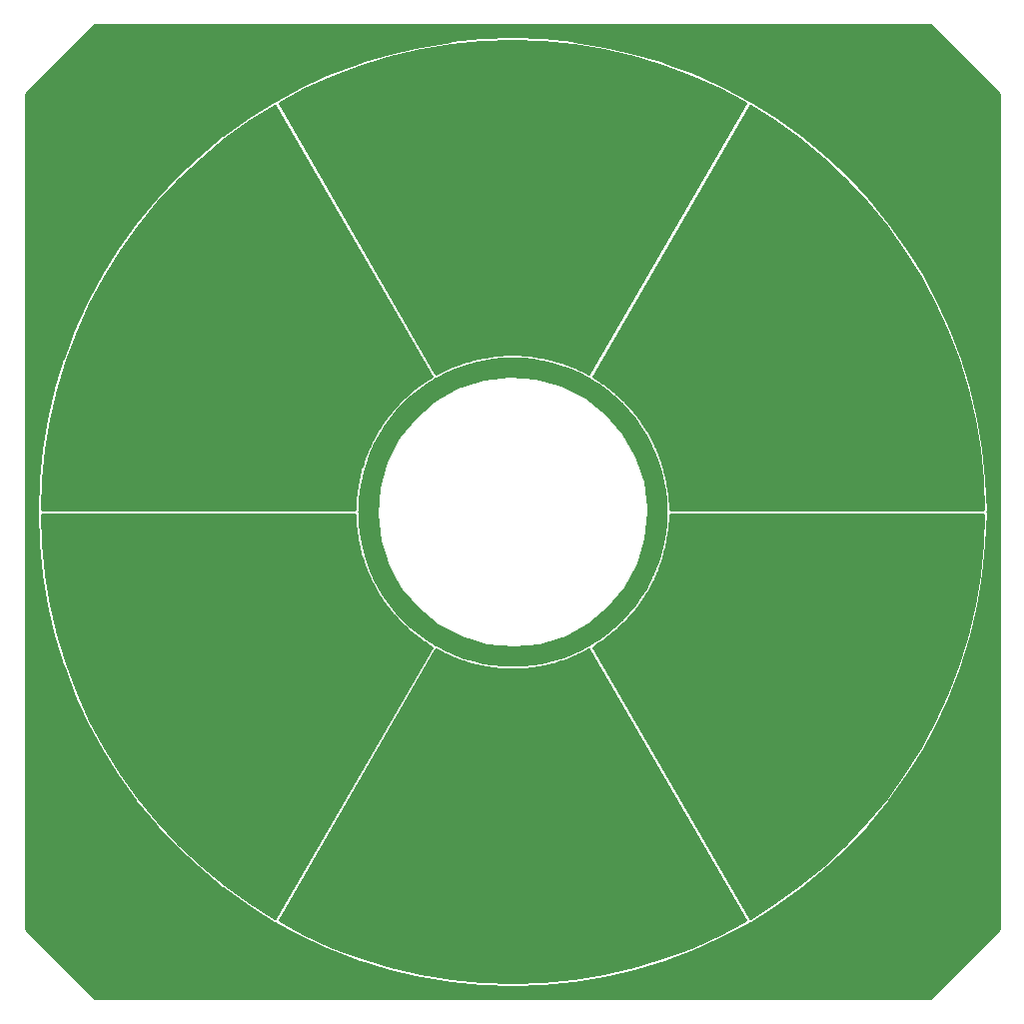
<source format=gtl>
G04 #@! TF.FileFunction,Copper,L1,Top,Signal*
%FSLAX46Y46*%
G04 Gerber Fmt 4.6, Leading zero omitted, Abs format (unit mm)*
G04 Created by KiCad (PCBNEW 4.0.5+dfsg1-4) date Wed May  9 12:10:57 2018*
%MOMM*%
%LPD*%
G01*
G04 APERTURE LIST*
%ADD10C,0.100000*%
%ADD11C,4.000000*%
%ADD12C,1.100000*%
%ADD13C,0.325000*%
%ADD14C,1.600000*%
%ADD15C,0.300000*%
%ADD16C,0.254000*%
G04 APERTURE END LIST*
D10*
D11*
X65000000Y-135000000D03*
X135000000Y-135000000D03*
X65000000Y-65000000D03*
X135000000Y-65000000D03*
D12*
X95810253Y-111511235D03*
X112250000Y-100000000D03*
X112063895Y-102127190D03*
X111511235Y-104189747D03*
X110608811Y-106125000D03*
X109384044Y-107874148D03*
X107874148Y-109384044D03*
X106125000Y-110608811D03*
X104189747Y-111511235D03*
X102127190Y-112063895D03*
X100000000Y-112250000D03*
X97872810Y-112063895D03*
X93875000Y-110608811D03*
X92125852Y-109384044D03*
X90615956Y-107874148D03*
X89391189Y-106125000D03*
X88488765Y-104189747D03*
X87936105Y-102127190D03*
X87750000Y-100000000D03*
X87936105Y-97872810D03*
X88488765Y-95810253D03*
X89391189Y-93875000D03*
X90615956Y-92125852D03*
X92125852Y-90615956D03*
X93875000Y-89391189D03*
X95810253Y-88488765D03*
X97872810Y-87936105D03*
X100000000Y-87750000D03*
X102127190Y-87936105D03*
X104189747Y-88488765D03*
X106125000Y-89391189D03*
X107874148Y-90615956D03*
X109384044Y-92125852D03*
X110608811Y-93875000D03*
X111511235Y-95810253D03*
X112063895Y-97872810D03*
D13*
X94600000Y-112600000D03*
X92900000Y-112900000D03*
X93300000Y-112700000D03*
X93600000Y-112000002D03*
X85000000Y-100500000D03*
X86400000Y-101400000D03*
X86400000Y-100900000D03*
X86390000Y-100470000D03*
X92150000Y-87400000D03*
X92500000Y-87750000D03*
X92800000Y-88450000D03*
X105400000Y-87300000D03*
X105800000Y-87400000D03*
X106800000Y-87300000D03*
X106400000Y-88000000D03*
X113600000Y-98400000D03*
X114600000Y-99530000D03*
X113600000Y-99000000D03*
X113600000Y-99530000D03*
X108100000Y-112900000D03*
X108300000Y-110900000D03*
X107800000Y-112400000D03*
X107200000Y-111540000D03*
D14*
X112250000Y-100000000D02*
X112244818Y-100356288D01*
X112244818Y-100356288D02*
X112229275Y-100712274D01*
X112229275Y-100712274D02*
X112203385Y-101067658D01*
X112203385Y-101067658D02*
X112167170Y-101422138D01*
X112167170Y-101422138D02*
X112120660Y-101775415D01*
X112120660Y-101775415D02*
X112063895Y-102127190D01*
X112063895Y-102127190D02*
X111996923Y-102477165D01*
X111996923Y-102477165D02*
X111919800Y-102825044D01*
X111919800Y-102825044D02*
X111832591Y-103170533D01*
X111832591Y-103170533D02*
X111735372Y-103513340D01*
X111735372Y-103513340D02*
X111628222Y-103853173D01*
X111628222Y-103853173D02*
X111511235Y-104189747D01*
X111511235Y-104189747D02*
X111384507Y-104522775D01*
X111384507Y-104522775D02*
X111248147Y-104851977D01*
X111248147Y-104851977D02*
X111102270Y-105177074D01*
X111102270Y-105177074D02*
X110947000Y-105497790D01*
X110947000Y-105497790D02*
X110782467Y-105813855D01*
X110782467Y-105813855D02*
X110608811Y-106125000D01*
X110608811Y-106125000D02*
X110426179Y-106430963D01*
X110426179Y-106430963D02*
X110234726Y-106731485D01*
X110234726Y-106731485D02*
X110034613Y-107026311D01*
X110034613Y-107026311D02*
X109826009Y-107315193D01*
X109826009Y-107315193D02*
X109609092Y-107597885D01*
X109609092Y-107597885D02*
X109384044Y-107874148D01*
X109384044Y-107874148D02*
X109151057Y-108143749D01*
X109151057Y-108143749D02*
X108910327Y-108406460D01*
X108910327Y-108406460D02*
X108662058Y-108662058D01*
X108662058Y-108662058D02*
X108406460Y-108910327D01*
X108406460Y-108910327D02*
X108143749Y-109151057D01*
X108143749Y-109151057D02*
X107874148Y-109384044D01*
X107874148Y-109384044D02*
X107597885Y-109609092D01*
X107597885Y-109609092D02*
X107315193Y-109826009D01*
X107315193Y-109826009D02*
X107026311Y-110034613D01*
X107026311Y-110034613D02*
X106731485Y-110234726D01*
X106731485Y-110234726D02*
X106430963Y-110426179D01*
X106430963Y-110426179D02*
X106125000Y-110608811D01*
X106125000Y-110608811D02*
X105813855Y-110782467D01*
X105813855Y-110782467D02*
X105497790Y-110947000D01*
X105497790Y-110947000D02*
X105177074Y-111102270D01*
X105177074Y-111102270D02*
X104851977Y-111248147D01*
X104851977Y-111248147D02*
X104522775Y-111384507D01*
X104522775Y-111384507D02*
X104189747Y-111511235D01*
X104189747Y-111511235D02*
X103853173Y-111628222D01*
X103853173Y-111628222D02*
X103513340Y-111735372D01*
X103513340Y-111735372D02*
X103170533Y-111832591D01*
X103170533Y-111832591D02*
X102825044Y-111919800D01*
X102825044Y-111919800D02*
X102477165Y-111996923D01*
X102477165Y-111996923D02*
X102127190Y-112063895D01*
X102127190Y-112063895D02*
X101775415Y-112120660D01*
X101775415Y-112120660D02*
X101422138Y-112167170D01*
X101422138Y-112167170D02*
X101067658Y-112203385D01*
X101067658Y-112203385D02*
X100712274Y-112229275D01*
X100712274Y-112229275D02*
X100356288Y-112244818D01*
X100356288Y-112244818D02*
X100000000Y-112250000D01*
X100000000Y-112250000D02*
X99643712Y-112244818D01*
X99643712Y-112244818D02*
X99287726Y-112229275D01*
X99287726Y-112229275D02*
X98932342Y-112203385D01*
X98932342Y-112203385D02*
X98577862Y-112167170D01*
X98577862Y-112167170D02*
X98224585Y-112120660D01*
X98224585Y-112120660D02*
X97872810Y-112063895D01*
X97872810Y-112063895D02*
X97522835Y-111996923D01*
X97522835Y-111996923D02*
X97174956Y-111919800D01*
X97174956Y-111919800D02*
X96829467Y-111832591D01*
X96829467Y-111832591D02*
X96486660Y-111735372D01*
X96486660Y-111735372D02*
X96146827Y-111628222D01*
X96146827Y-111628222D02*
X95810253Y-111511235D01*
X95810253Y-111511235D02*
X95477225Y-111384507D01*
X95477225Y-111384507D02*
X95148023Y-111248147D01*
X95148023Y-111248147D02*
X94822926Y-111102270D01*
X94822926Y-111102270D02*
X94502210Y-110947000D01*
X94502210Y-110947000D02*
X94186145Y-110782467D01*
X94186145Y-110782467D02*
X93875000Y-110608811D01*
X93875000Y-110608811D02*
X93569037Y-110426179D01*
X93569037Y-110426179D02*
X93268515Y-110234726D01*
X93268515Y-110234726D02*
X92973689Y-110034613D01*
X92973689Y-110034613D02*
X92684807Y-109826009D01*
X92684807Y-109826009D02*
X92402115Y-109609092D01*
X92402115Y-109609092D02*
X92125852Y-109384044D01*
X92125852Y-109384044D02*
X91856251Y-109151057D01*
X91856251Y-109151057D02*
X91593540Y-108910327D01*
X91593540Y-108910327D02*
X91337942Y-108662058D01*
X91337942Y-108662058D02*
X91089673Y-108406460D01*
X91089673Y-108406460D02*
X90848943Y-108143749D01*
X90848943Y-108143749D02*
X90615956Y-107874148D01*
X90615956Y-107874148D02*
X90390908Y-107597885D01*
X90390908Y-107597885D02*
X90173991Y-107315193D01*
X90173991Y-107315193D02*
X89965387Y-107026311D01*
X89965387Y-107026311D02*
X89765274Y-106731485D01*
X89765274Y-106731485D02*
X89573821Y-106430963D01*
X89573821Y-106430963D02*
X89391189Y-106125000D01*
X89391189Y-106125000D02*
X89217533Y-105813855D01*
X89217533Y-105813855D02*
X89053000Y-105497790D01*
X89053000Y-105497790D02*
X88897730Y-105177074D01*
X88897730Y-105177074D02*
X88751853Y-104851977D01*
X88751853Y-104851977D02*
X88615493Y-104522775D01*
X88615493Y-104522775D02*
X88488765Y-104189747D01*
X88488765Y-104189747D02*
X88371778Y-103853173D01*
X88371778Y-103853173D02*
X88264628Y-103513340D01*
X88264628Y-103513340D02*
X88167409Y-103170533D01*
X88167409Y-103170533D02*
X88080200Y-102825044D01*
X88080200Y-102825044D02*
X88003077Y-102477165D01*
X88003077Y-102477165D02*
X87936105Y-102127190D01*
X87936105Y-102127190D02*
X87879340Y-101775415D01*
X87879340Y-101775415D02*
X87832830Y-101422138D01*
X87832830Y-101422138D02*
X87796615Y-101067658D01*
X87796615Y-101067658D02*
X87770725Y-100712274D01*
X87770725Y-100712274D02*
X87755182Y-100356288D01*
X87755182Y-100356288D02*
X87750000Y-100000000D01*
X87750000Y-100000000D02*
X87755182Y-99643712D01*
X87755182Y-99643712D02*
X87770725Y-99287726D01*
X87770725Y-99287726D02*
X87796615Y-98932342D01*
X87796615Y-98932342D02*
X87832830Y-98577862D01*
X87832830Y-98577862D02*
X87879340Y-98224585D01*
X87879340Y-98224585D02*
X87936105Y-97872810D01*
X87936105Y-97872810D02*
X88003077Y-97522835D01*
X88003077Y-97522835D02*
X88080200Y-97174956D01*
X88080200Y-97174956D02*
X88167409Y-96829467D01*
X88167409Y-96829467D02*
X88264628Y-96486660D01*
X88264628Y-96486660D02*
X88371778Y-96146827D01*
X88371778Y-96146827D02*
X88488765Y-95810253D01*
X88488765Y-95810253D02*
X88615493Y-95477225D01*
X88615493Y-95477225D02*
X88751853Y-95148023D01*
X88751853Y-95148023D02*
X88897730Y-94822926D01*
X88897730Y-94822926D02*
X89053000Y-94502210D01*
X89053000Y-94502210D02*
X89217533Y-94186145D01*
X89217533Y-94186145D02*
X89391189Y-93875000D01*
X89391189Y-93875000D02*
X89573821Y-93569037D01*
X89573821Y-93569037D02*
X89765274Y-93268515D01*
X89765274Y-93268515D02*
X89965387Y-92973689D01*
X89965387Y-92973689D02*
X90173991Y-92684807D01*
X90173991Y-92684807D02*
X90390908Y-92402115D01*
X90390908Y-92402115D02*
X90615956Y-92125852D01*
X90615956Y-92125852D02*
X90848943Y-91856251D01*
X90848943Y-91856251D02*
X91089673Y-91593540D01*
X91089673Y-91593540D02*
X91337942Y-91337942D01*
X91337942Y-91337942D02*
X91593540Y-91089673D01*
X91593540Y-91089673D02*
X91856251Y-90848943D01*
X91856251Y-90848943D02*
X92125852Y-90615956D01*
X92125852Y-90615956D02*
X92402115Y-90390908D01*
X92402115Y-90390908D02*
X92684807Y-90173991D01*
X92684807Y-90173991D02*
X92973689Y-89965387D01*
X92973689Y-89965387D02*
X93268515Y-89765274D01*
X93268515Y-89765274D02*
X93569037Y-89573821D01*
X93569037Y-89573821D02*
X93875000Y-89391189D01*
X93875000Y-89391189D02*
X94186145Y-89217533D01*
X94186145Y-89217533D02*
X94502210Y-89053000D01*
X94502210Y-89053000D02*
X94822926Y-88897730D01*
X94822926Y-88897730D02*
X95148023Y-88751853D01*
X95148023Y-88751853D02*
X95477225Y-88615493D01*
X95477225Y-88615493D02*
X95810253Y-88488765D01*
X95810253Y-88488765D02*
X96146827Y-88371778D01*
X96146827Y-88371778D02*
X96486660Y-88264628D01*
X96486660Y-88264628D02*
X96829467Y-88167409D01*
X96829467Y-88167409D02*
X97174956Y-88080200D01*
X97174956Y-88080200D02*
X97522835Y-88003077D01*
X97522835Y-88003077D02*
X97872810Y-87936105D01*
X97872810Y-87936105D02*
X98224585Y-87879340D01*
X98224585Y-87879340D02*
X98577862Y-87832830D01*
X98577862Y-87832830D02*
X98932342Y-87796615D01*
X98932342Y-87796615D02*
X99287726Y-87770725D01*
X99287726Y-87770725D02*
X99643712Y-87755182D01*
X99643712Y-87755182D02*
X100000000Y-87750000D01*
X100000000Y-87750000D02*
X100356288Y-87755182D01*
X100356288Y-87755182D02*
X100712274Y-87770725D01*
X100712274Y-87770725D02*
X101067658Y-87796615D01*
X101067658Y-87796615D02*
X101422138Y-87832830D01*
X101422138Y-87832830D02*
X101775415Y-87879340D01*
X101775415Y-87879340D02*
X102127190Y-87936105D01*
X102127190Y-87936105D02*
X102477165Y-88003077D01*
X102477165Y-88003077D02*
X102825044Y-88080200D01*
X102825044Y-88080200D02*
X103170533Y-88167409D01*
X103170533Y-88167409D02*
X103513340Y-88264628D01*
X103513340Y-88264628D02*
X103853173Y-88371778D01*
X103853173Y-88371778D02*
X104189747Y-88488765D01*
X104189747Y-88488765D02*
X104522775Y-88615493D01*
X104522775Y-88615493D02*
X104851977Y-88751853D01*
X104851977Y-88751853D02*
X105177074Y-88897730D01*
X105177074Y-88897730D02*
X105497790Y-89053000D01*
X105497790Y-89053000D02*
X105813855Y-89217533D01*
X105813855Y-89217533D02*
X106125000Y-89391189D01*
X106125000Y-89391189D02*
X106430963Y-89573821D01*
X106430963Y-89573821D02*
X106731485Y-89765274D01*
X106731485Y-89765274D02*
X107026311Y-89965387D01*
X107026311Y-89965387D02*
X107315193Y-90173991D01*
X107315193Y-90173991D02*
X107597885Y-90390908D01*
X107597885Y-90390908D02*
X107874148Y-90615956D01*
X107874148Y-90615956D02*
X108143749Y-90848943D01*
X108143749Y-90848943D02*
X108406460Y-91089673D01*
X108406460Y-91089673D02*
X108662058Y-91337942D01*
X108662058Y-91337942D02*
X108910327Y-91593540D01*
X108910327Y-91593540D02*
X109151057Y-91856251D01*
X109151057Y-91856251D02*
X109384044Y-92125852D01*
X109384044Y-92125852D02*
X109609092Y-92402115D01*
X109609092Y-92402115D02*
X109826009Y-92684807D01*
X109826009Y-92684807D02*
X110034613Y-92973689D01*
X110034613Y-92973689D02*
X110234726Y-93268515D01*
X110234726Y-93268515D02*
X110426179Y-93569037D01*
X110426179Y-93569037D02*
X110608811Y-93875000D01*
X110608811Y-93875000D02*
X110782467Y-94186145D01*
X110782467Y-94186145D02*
X110947000Y-94502210D01*
X110947000Y-94502210D02*
X111102270Y-94822926D01*
X111102270Y-94822926D02*
X111248147Y-95148023D01*
X111248147Y-95148023D02*
X111384507Y-95477225D01*
X111384507Y-95477225D02*
X111511235Y-95810253D01*
X111511235Y-95810253D02*
X111628222Y-96146827D01*
X111628222Y-96146827D02*
X111735372Y-96486660D01*
X111735372Y-96486660D02*
X111832591Y-96829467D01*
X111832591Y-96829467D02*
X111919800Y-97174956D01*
X111919800Y-97174956D02*
X111996923Y-97522835D01*
X111996923Y-97522835D02*
X112063895Y-97872810D01*
X112063895Y-97872810D02*
X112120660Y-98224585D01*
X112120660Y-98224585D02*
X112167170Y-98577862D01*
X112167170Y-98577862D02*
X112203385Y-98932342D01*
X112203385Y-98932342D02*
X112229275Y-99287726D01*
X112229275Y-99287726D02*
X112244818Y-99643712D01*
X112244818Y-99643712D02*
X112250000Y-100000000D01*
D15*
X93600000Y-112000002D02*
X93600000Y-112400000D01*
X93600000Y-112400000D02*
X93300000Y-112700000D01*
X92800000Y-88450000D02*
X92800000Y-88050000D01*
X92800000Y-88050000D02*
X92500000Y-87750000D01*
X106200000Y-87500000D02*
X106100000Y-87400000D01*
X106100000Y-87400000D02*
X105800000Y-87400000D01*
X106400000Y-87700000D02*
X106200000Y-87500000D01*
X106400000Y-88000000D02*
X106400000Y-87700000D01*
X106400000Y-87700000D02*
X106800000Y-87300000D01*
X113600000Y-99530000D02*
X114600000Y-99530000D01*
X113600000Y-99530000D02*
X113600000Y-99000000D01*
X107200000Y-111540000D02*
X107660000Y-111540000D01*
X107660000Y-111540000D02*
X108300000Y-110900000D01*
X107200000Y-111540000D02*
X107200000Y-111800000D01*
X107200000Y-111800000D02*
X107800000Y-112400000D01*
D16*
G36*
X141222500Y-64614944D02*
X141222500Y-135385056D01*
X135385056Y-141222500D01*
X64614944Y-141222500D01*
X58777500Y-135385056D01*
X58777500Y-99890288D01*
X59723295Y-99890288D01*
X59741988Y-100000201D01*
X59741327Y-100001245D01*
X59723295Y-100109712D01*
X59814631Y-102713143D01*
X59815851Y-102731142D01*
X60076455Y-105323108D01*
X60078843Y-105340989D01*
X60507608Y-107910494D01*
X60511155Y-107928181D01*
X61106263Y-110464329D01*
X61110954Y-110481749D01*
X61869881Y-112973782D01*
X61875695Y-112990859D01*
X62795223Y-115428207D01*
X62802137Y-115444869D01*
X63878365Y-117817196D01*
X63886349Y-117833373D01*
X65114712Y-120130615D01*
X65123732Y-120146238D01*
X66499021Y-122358653D01*
X66509039Y-122373656D01*
X68025420Y-124491860D01*
X68036393Y-124506179D01*
X69687435Y-126521187D01*
X69699317Y-126534761D01*
X71478017Y-128438028D01*
X71490757Y-128450800D01*
X73389571Y-130234253D01*
X73403115Y-130246169D01*
X75413989Y-131902243D01*
X75428281Y-131913251D01*
X77542687Y-133434923D01*
X77557664Y-133444979D01*
X79766634Y-134825794D01*
X79871167Y-134864562D01*
X79871741Y-134865656D01*
X79956661Y-134935506D01*
X82256967Y-136158122D01*
X82273164Y-136166065D01*
X84648173Y-137236359D01*
X84664853Y-137243231D01*
X87104493Y-138156662D01*
X87121584Y-138162434D01*
X89615506Y-138915129D01*
X89632937Y-138919777D01*
X92170565Y-139508543D01*
X92188261Y-139512045D01*
X94758830Y-139934385D01*
X94776717Y-139936729D01*
X97369326Y-140190852D01*
X97387328Y-140192026D01*
X99990980Y-140276853D01*
X100009020Y-140276853D01*
X102612672Y-140192026D01*
X102630674Y-140190852D01*
X105223283Y-139936729D01*
X105241170Y-139934385D01*
X107811739Y-139512045D01*
X107829435Y-139508543D01*
X110367063Y-138919777D01*
X110384494Y-138915129D01*
X112878416Y-138162434D01*
X112895507Y-138156662D01*
X115335147Y-137243231D01*
X115351827Y-137236359D01*
X117726836Y-136166065D01*
X117743033Y-136158122D01*
X120043339Y-134935506D01*
X120129181Y-134864361D01*
X120130414Y-134864411D01*
X120233366Y-134825794D01*
X122442336Y-133444979D01*
X122457313Y-133434923D01*
X124571719Y-131913251D01*
X124586011Y-131902243D01*
X126596885Y-130246169D01*
X126610429Y-130234253D01*
X128509243Y-128450800D01*
X128521983Y-128438028D01*
X130300683Y-126534761D01*
X130312565Y-126521187D01*
X131963607Y-124506179D01*
X131974580Y-124491860D01*
X133490961Y-122373656D01*
X133500979Y-122358653D01*
X134876268Y-120146238D01*
X134885288Y-120130615D01*
X136113651Y-117833373D01*
X136121635Y-117817196D01*
X137197863Y-115444869D01*
X137204777Y-115428207D01*
X138124305Y-112990859D01*
X138130119Y-112973782D01*
X138889046Y-110481749D01*
X138893737Y-110464329D01*
X139488845Y-107928181D01*
X139492392Y-107910494D01*
X139921157Y-105340989D01*
X139923545Y-105323108D01*
X140184149Y-102731142D01*
X140185369Y-102713143D01*
X140276705Y-100109712D01*
X140258012Y-99999799D01*
X140258673Y-99998755D01*
X140276705Y-99890288D01*
X140185369Y-97286857D01*
X140184149Y-97268858D01*
X139923545Y-94676892D01*
X139921157Y-94659011D01*
X139492392Y-92089506D01*
X139488845Y-92071819D01*
X138893737Y-89535671D01*
X138889046Y-89518251D01*
X138130119Y-87026218D01*
X138124305Y-87009141D01*
X137204777Y-84571793D01*
X137197863Y-84555131D01*
X136121635Y-82182804D01*
X136113651Y-82166627D01*
X134885288Y-79869385D01*
X134876268Y-79853762D01*
X133500979Y-77641347D01*
X133490961Y-77626344D01*
X131974580Y-75508140D01*
X131963607Y-75493821D01*
X130312565Y-73478813D01*
X130300683Y-73465239D01*
X128521983Y-71561972D01*
X128509243Y-71549200D01*
X126610429Y-69765747D01*
X126596885Y-69753831D01*
X124586011Y-68097757D01*
X124571719Y-68086749D01*
X122457313Y-66565077D01*
X122442336Y-66555021D01*
X120233366Y-65174206D01*
X120128833Y-65135438D01*
X120128259Y-65134344D01*
X120043339Y-65064494D01*
X117743033Y-63841878D01*
X117726836Y-63833935D01*
X115351827Y-62763641D01*
X115335147Y-62756769D01*
X112895507Y-61843338D01*
X112878416Y-61837566D01*
X110384494Y-61084871D01*
X110367063Y-61080223D01*
X107829435Y-60491457D01*
X107811739Y-60487955D01*
X105241170Y-60065615D01*
X105223283Y-60063271D01*
X102630674Y-59809148D01*
X102612672Y-59807974D01*
X100009020Y-59723147D01*
X99990980Y-59723147D01*
X97387328Y-59807974D01*
X97369326Y-59809148D01*
X94776717Y-60063271D01*
X94758830Y-60065615D01*
X92188261Y-60487955D01*
X92170565Y-60491457D01*
X89632937Y-61080223D01*
X89615506Y-61084871D01*
X87121584Y-61837566D01*
X87104493Y-61843338D01*
X84664853Y-62756769D01*
X84648173Y-62763641D01*
X82273164Y-63833935D01*
X82256967Y-63841878D01*
X79956661Y-65064494D01*
X79870819Y-65135639D01*
X79869586Y-65135589D01*
X79766634Y-65174206D01*
X77557664Y-66555021D01*
X77542687Y-66565077D01*
X75428281Y-68086749D01*
X75413989Y-68097757D01*
X73403115Y-69753831D01*
X73389571Y-69765747D01*
X71490757Y-71549200D01*
X71478017Y-71561972D01*
X69699317Y-73465239D01*
X69687435Y-73478813D01*
X68036393Y-75493821D01*
X68025420Y-75508140D01*
X66509039Y-77626344D01*
X66499021Y-77641347D01*
X65123732Y-79853762D01*
X65114712Y-79869385D01*
X63886349Y-82166627D01*
X63878365Y-82182804D01*
X62802137Y-84555131D01*
X62795223Y-84571793D01*
X61875695Y-87009141D01*
X61869881Y-87026218D01*
X61110954Y-89518251D01*
X61106263Y-89535671D01*
X60511155Y-92071819D01*
X60507608Y-92089506D01*
X60078843Y-94659011D01*
X60076455Y-94676892D01*
X59815851Y-97268858D01*
X59814631Y-97286857D01*
X59723295Y-99890288D01*
X58777500Y-99890288D01*
X58777500Y-64614944D01*
X64614944Y-58777500D01*
X135385056Y-58777500D01*
X141222500Y-64614944D01*
X141222500Y-64614944D01*
G37*
X141222500Y-64614944D02*
X141222500Y-135385056D01*
X135385056Y-141222500D01*
X64614944Y-141222500D01*
X58777500Y-135385056D01*
X58777500Y-99890288D01*
X59723295Y-99890288D01*
X59741988Y-100000201D01*
X59741327Y-100001245D01*
X59723295Y-100109712D01*
X59814631Y-102713143D01*
X59815851Y-102731142D01*
X60076455Y-105323108D01*
X60078843Y-105340989D01*
X60507608Y-107910494D01*
X60511155Y-107928181D01*
X61106263Y-110464329D01*
X61110954Y-110481749D01*
X61869881Y-112973782D01*
X61875695Y-112990859D01*
X62795223Y-115428207D01*
X62802137Y-115444869D01*
X63878365Y-117817196D01*
X63886349Y-117833373D01*
X65114712Y-120130615D01*
X65123732Y-120146238D01*
X66499021Y-122358653D01*
X66509039Y-122373656D01*
X68025420Y-124491860D01*
X68036393Y-124506179D01*
X69687435Y-126521187D01*
X69699317Y-126534761D01*
X71478017Y-128438028D01*
X71490757Y-128450800D01*
X73389571Y-130234253D01*
X73403115Y-130246169D01*
X75413989Y-131902243D01*
X75428281Y-131913251D01*
X77542687Y-133434923D01*
X77557664Y-133444979D01*
X79766634Y-134825794D01*
X79871167Y-134864562D01*
X79871741Y-134865656D01*
X79956661Y-134935506D01*
X82256967Y-136158122D01*
X82273164Y-136166065D01*
X84648173Y-137236359D01*
X84664853Y-137243231D01*
X87104493Y-138156662D01*
X87121584Y-138162434D01*
X89615506Y-138915129D01*
X89632937Y-138919777D01*
X92170565Y-139508543D01*
X92188261Y-139512045D01*
X94758830Y-139934385D01*
X94776717Y-139936729D01*
X97369326Y-140190852D01*
X97387328Y-140192026D01*
X99990980Y-140276853D01*
X100009020Y-140276853D01*
X102612672Y-140192026D01*
X102630674Y-140190852D01*
X105223283Y-139936729D01*
X105241170Y-139934385D01*
X107811739Y-139512045D01*
X107829435Y-139508543D01*
X110367063Y-138919777D01*
X110384494Y-138915129D01*
X112878416Y-138162434D01*
X112895507Y-138156662D01*
X115335147Y-137243231D01*
X115351827Y-137236359D01*
X117726836Y-136166065D01*
X117743033Y-136158122D01*
X120043339Y-134935506D01*
X120129181Y-134864361D01*
X120130414Y-134864411D01*
X120233366Y-134825794D01*
X122442336Y-133444979D01*
X122457313Y-133434923D01*
X124571719Y-131913251D01*
X124586011Y-131902243D01*
X126596885Y-130246169D01*
X126610429Y-130234253D01*
X128509243Y-128450800D01*
X128521983Y-128438028D01*
X130300683Y-126534761D01*
X130312565Y-126521187D01*
X131963607Y-124506179D01*
X131974580Y-124491860D01*
X133490961Y-122373656D01*
X133500979Y-122358653D01*
X134876268Y-120146238D01*
X134885288Y-120130615D01*
X136113651Y-117833373D01*
X136121635Y-117817196D01*
X137197863Y-115444869D01*
X137204777Y-115428207D01*
X138124305Y-112990859D01*
X138130119Y-112973782D01*
X138889046Y-110481749D01*
X138893737Y-110464329D01*
X139488845Y-107928181D01*
X139492392Y-107910494D01*
X139921157Y-105340989D01*
X139923545Y-105323108D01*
X140184149Y-102731142D01*
X140185369Y-102713143D01*
X140276705Y-100109712D01*
X140258012Y-99999799D01*
X140258673Y-99998755D01*
X140276705Y-99890288D01*
X140185369Y-97286857D01*
X140184149Y-97268858D01*
X139923545Y-94676892D01*
X139921157Y-94659011D01*
X139492392Y-92089506D01*
X139488845Y-92071819D01*
X138893737Y-89535671D01*
X138889046Y-89518251D01*
X138130119Y-87026218D01*
X138124305Y-87009141D01*
X137204777Y-84571793D01*
X137197863Y-84555131D01*
X136121635Y-82182804D01*
X136113651Y-82166627D01*
X134885288Y-79869385D01*
X134876268Y-79853762D01*
X133500979Y-77641347D01*
X133490961Y-77626344D01*
X131974580Y-75508140D01*
X131963607Y-75493821D01*
X130312565Y-73478813D01*
X130300683Y-73465239D01*
X128521983Y-71561972D01*
X128509243Y-71549200D01*
X126610429Y-69765747D01*
X126596885Y-69753831D01*
X124586011Y-68097757D01*
X124571719Y-68086749D01*
X122457313Y-66565077D01*
X122442336Y-66555021D01*
X120233366Y-65174206D01*
X120128833Y-65135438D01*
X120128259Y-65134344D01*
X120043339Y-65064494D01*
X117743033Y-63841878D01*
X117726836Y-63833935D01*
X115351827Y-62763641D01*
X115335147Y-62756769D01*
X112895507Y-61843338D01*
X112878416Y-61837566D01*
X110384494Y-61084871D01*
X110367063Y-61080223D01*
X107829435Y-60491457D01*
X107811739Y-60487955D01*
X105241170Y-60065615D01*
X105223283Y-60063271D01*
X102630674Y-59809148D01*
X102612672Y-59807974D01*
X100009020Y-59723147D01*
X99990980Y-59723147D01*
X97387328Y-59807974D01*
X97369326Y-59809148D01*
X94776717Y-60063271D01*
X94758830Y-60065615D01*
X92188261Y-60487955D01*
X92170565Y-60491457D01*
X89632937Y-61080223D01*
X89615506Y-61084871D01*
X87121584Y-61837566D01*
X87104493Y-61843338D01*
X84664853Y-62756769D01*
X84648173Y-62763641D01*
X82273164Y-63833935D01*
X82256967Y-63841878D01*
X79956661Y-65064494D01*
X79870819Y-65135639D01*
X79869586Y-65135589D01*
X79766634Y-65174206D01*
X77557664Y-66555021D01*
X77542687Y-66565077D01*
X75428281Y-68086749D01*
X75413989Y-68097757D01*
X73403115Y-69753831D01*
X73389571Y-69765747D01*
X71490757Y-71549200D01*
X71478017Y-71561972D01*
X69699317Y-73465239D01*
X69687435Y-73478813D01*
X68036393Y-75493821D01*
X68025420Y-75508140D01*
X66509039Y-77626344D01*
X66499021Y-77641347D01*
X65123732Y-79853762D01*
X65114712Y-79869385D01*
X63886349Y-82166627D01*
X63878365Y-82182804D01*
X62802137Y-84555131D01*
X62795223Y-84571793D01*
X61875695Y-87009141D01*
X61869881Y-87026218D01*
X61110954Y-89518251D01*
X61106263Y-89535671D01*
X60511155Y-92071819D01*
X60507608Y-92089506D01*
X60078843Y-94659011D01*
X60076455Y-94676892D01*
X59815851Y-97268858D01*
X59814631Y-97286857D01*
X59723295Y-99890288D01*
X58777500Y-99890288D01*
X58777500Y-64614944D01*
X64614944Y-58777500D01*
X135385056Y-58777500D01*
X141222500Y-64614944D01*
G36*
X100836258Y-87054126D02*
X101669022Y-87134956D01*
X102494863Y-87269302D01*
X103310317Y-87456603D01*
X104111987Y-87696076D01*
X104896579Y-87986737D01*
X105660793Y-88327365D01*
X106409366Y-88720702D01*
X106496372Y-88749314D01*
X106500180Y-88749130D01*
X106563476Y-88809677D01*
X107278400Y-89261290D01*
X107955503Y-89752808D01*
X108599513Y-90286949D01*
X109207742Y-90861483D01*
X109777680Y-91474040D01*
X110306934Y-92122050D01*
X110793334Y-92802853D01*
X111234821Y-93513569D01*
X111629586Y-94251286D01*
X111975969Y-95012900D01*
X112272533Y-95795251D01*
X112518061Y-96595131D01*
X112711508Y-97409135D01*
X112852079Y-98233913D01*
X112939195Y-99066072D01*
X112972842Y-99911025D01*
X112991567Y-100000681D01*
X112993629Y-100003886D01*
X112972842Y-100088975D01*
X112939195Y-100933928D01*
X112852079Y-101766087D01*
X112711508Y-102590865D01*
X112518061Y-103404869D01*
X112272533Y-104204749D01*
X111975969Y-104987100D01*
X111629586Y-105748714D01*
X111234821Y-106486431D01*
X110793334Y-107197147D01*
X110306934Y-107877950D01*
X109777680Y-108525960D01*
X109207742Y-109138517D01*
X108599513Y-109713051D01*
X107955503Y-110247192D01*
X107278400Y-110738710D01*
X106563476Y-111190323D01*
X106495193Y-111251367D01*
X106493449Y-111254755D01*
X106409366Y-111279298D01*
X105660793Y-111672635D01*
X104896579Y-112013263D01*
X104111987Y-112303924D01*
X103310317Y-112543397D01*
X102494863Y-112730698D01*
X101669022Y-112865044D01*
X100836258Y-112945874D01*
X100000000Y-112972856D01*
X99163742Y-112945874D01*
X98330978Y-112865044D01*
X97505137Y-112730698D01*
X96689683Y-112543397D01*
X95888013Y-112303924D01*
X95103421Y-112013263D01*
X94339207Y-111672635D01*
X93590634Y-111279298D01*
X93503628Y-111250686D01*
X93499820Y-111250870D01*
X93436524Y-111190323D01*
X92721600Y-110738710D01*
X92044497Y-110247192D01*
X91400487Y-109713051D01*
X90792258Y-109138517D01*
X90222320Y-108525960D01*
X89693066Y-107877950D01*
X89206666Y-107197147D01*
X88765179Y-106486431D01*
X88370414Y-105748714D01*
X88024031Y-104987100D01*
X87727467Y-104204749D01*
X87481939Y-103404869D01*
X87288492Y-102590865D01*
X87147921Y-101766087D01*
X87060805Y-100933928D01*
X87030025Y-100160949D01*
X88473624Y-100160949D01*
X88724404Y-102396702D01*
X89404667Y-104541165D01*
X90488504Y-106512657D01*
X91934631Y-108236084D01*
X93687965Y-109645801D01*
X95681722Y-110688112D01*
X97839962Y-111323316D01*
X100080476Y-111527219D01*
X102317926Y-111292054D01*
X104467086Y-110626777D01*
X106446096Y-109556731D01*
X108179577Y-108122671D01*
X109601500Y-106379221D01*
X110657704Y-104392789D01*
X111307961Y-102239036D01*
X111527500Y-100000000D01*
X111523006Y-99678133D01*
X111241034Y-97446100D01*
X110530895Y-95311343D01*
X109419638Y-93355176D01*
X107949589Y-91652109D01*
X106176743Y-90267010D01*
X104168627Y-89252637D01*
X102001729Y-88647629D01*
X99758586Y-88475028D01*
X97524639Y-88741410D01*
X95384977Y-89436629D01*
X93421099Y-90534202D01*
X91707810Y-91992326D01*
X90310368Y-93755459D01*
X89282002Y-95756444D01*
X88661880Y-97919066D01*
X88473624Y-100160949D01*
X87030025Y-100160949D01*
X87027158Y-100088975D01*
X87008433Y-99999319D01*
X87006371Y-99996114D01*
X87027158Y-99911025D01*
X87060805Y-99066072D01*
X87147921Y-98233913D01*
X87288492Y-97409135D01*
X87481939Y-96595131D01*
X87727467Y-95795251D01*
X88024031Y-95012900D01*
X88370414Y-94251286D01*
X88765179Y-93513569D01*
X89206666Y-92802853D01*
X89693066Y-92122050D01*
X90222320Y-91474040D01*
X90792258Y-90861483D01*
X91400487Y-90286949D01*
X92044497Y-89752808D01*
X92721600Y-89261290D01*
X93436524Y-88809677D01*
X93504807Y-88748633D01*
X93506551Y-88745245D01*
X93590634Y-88720702D01*
X94339207Y-88327365D01*
X95103421Y-87986737D01*
X95888013Y-87696076D01*
X96689683Y-87456603D01*
X97505137Y-87269302D01*
X98330978Y-87134956D01*
X99163742Y-87054126D01*
X100000000Y-87027144D01*
X100836258Y-87054126D01*
X100836258Y-87054126D01*
G37*
X100836258Y-87054126D02*
X101669022Y-87134956D01*
X102494863Y-87269302D01*
X103310317Y-87456603D01*
X104111987Y-87696076D01*
X104896579Y-87986737D01*
X105660793Y-88327365D01*
X106409366Y-88720702D01*
X106496372Y-88749314D01*
X106500180Y-88749130D01*
X106563476Y-88809677D01*
X107278400Y-89261290D01*
X107955503Y-89752808D01*
X108599513Y-90286949D01*
X109207742Y-90861483D01*
X109777680Y-91474040D01*
X110306934Y-92122050D01*
X110793334Y-92802853D01*
X111234821Y-93513569D01*
X111629586Y-94251286D01*
X111975969Y-95012900D01*
X112272533Y-95795251D01*
X112518061Y-96595131D01*
X112711508Y-97409135D01*
X112852079Y-98233913D01*
X112939195Y-99066072D01*
X112972842Y-99911025D01*
X112991567Y-100000681D01*
X112993629Y-100003886D01*
X112972842Y-100088975D01*
X112939195Y-100933928D01*
X112852079Y-101766087D01*
X112711508Y-102590865D01*
X112518061Y-103404869D01*
X112272533Y-104204749D01*
X111975969Y-104987100D01*
X111629586Y-105748714D01*
X111234821Y-106486431D01*
X110793334Y-107197147D01*
X110306934Y-107877950D01*
X109777680Y-108525960D01*
X109207742Y-109138517D01*
X108599513Y-109713051D01*
X107955503Y-110247192D01*
X107278400Y-110738710D01*
X106563476Y-111190323D01*
X106495193Y-111251367D01*
X106493449Y-111254755D01*
X106409366Y-111279298D01*
X105660793Y-111672635D01*
X104896579Y-112013263D01*
X104111987Y-112303924D01*
X103310317Y-112543397D01*
X102494863Y-112730698D01*
X101669022Y-112865044D01*
X100836258Y-112945874D01*
X100000000Y-112972856D01*
X99163742Y-112945874D01*
X98330978Y-112865044D01*
X97505137Y-112730698D01*
X96689683Y-112543397D01*
X95888013Y-112303924D01*
X95103421Y-112013263D01*
X94339207Y-111672635D01*
X93590634Y-111279298D01*
X93503628Y-111250686D01*
X93499820Y-111250870D01*
X93436524Y-111190323D01*
X92721600Y-110738710D01*
X92044497Y-110247192D01*
X91400487Y-109713051D01*
X90792258Y-109138517D01*
X90222320Y-108525960D01*
X89693066Y-107877950D01*
X89206666Y-107197147D01*
X88765179Y-106486431D01*
X88370414Y-105748714D01*
X88024031Y-104987100D01*
X87727467Y-104204749D01*
X87481939Y-103404869D01*
X87288492Y-102590865D01*
X87147921Y-101766087D01*
X87060805Y-100933928D01*
X87030025Y-100160949D01*
X88473624Y-100160949D01*
X88724404Y-102396702D01*
X89404667Y-104541165D01*
X90488504Y-106512657D01*
X91934631Y-108236084D01*
X93687965Y-109645801D01*
X95681722Y-110688112D01*
X97839962Y-111323316D01*
X100080476Y-111527219D01*
X102317926Y-111292054D01*
X104467086Y-110626777D01*
X106446096Y-109556731D01*
X108179577Y-108122671D01*
X109601500Y-106379221D01*
X110657704Y-104392789D01*
X111307961Y-102239036D01*
X111527500Y-100000000D01*
X111523006Y-99678133D01*
X111241034Y-97446100D01*
X110530895Y-95311343D01*
X109419638Y-93355176D01*
X107949589Y-91652109D01*
X106176743Y-90267010D01*
X104168627Y-89252637D01*
X102001729Y-88647629D01*
X99758586Y-88475028D01*
X97524639Y-88741410D01*
X95384977Y-89436629D01*
X93421099Y-90534202D01*
X91707810Y-91992326D01*
X90310368Y-93755459D01*
X89282002Y-95756444D01*
X88661880Y-97919066D01*
X88473624Y-100160949D01*
X87030025Y-100160949D01*
X87027158Y-100088975D01*
X87008433Y-99999319D01*
X87006371Y-99996114D01*
X87027158Y-99911025D01*
X87060805Y-99066072D01*
X87147921Y-98233913D01*
X87288492Y-97409135D01*
X87481939Y-96595131D01*
X87727467Y-95795251D01*
X88024031Y-95012900D01*
X88370414Y-94251286D01*
X88765179Y-93513569D01*
X89206666Y-92802853D01*
X89693066Y-92122050D01*
X90222320Y-91474040D01*
X90792258Y-90861483D01*
X91400487Y-90286949D01*
X92044497Y-89752808D01*
X92721600Y-89261290D01*
X93436524Y-88809677D01*
X93504807Y-88748633D01*
X93506551Y-88745245D01*
X93590634Y-88720702D01*
X94339207Y-88327365D01*
X95103421Y-87986737D01*
X95888013Y-87696076D01*
X96689683Y-87456603D01*
X97505137Y-87269302D01*
X98330978Y-87134956D01*
X99163742Y-87054126D01*
X100000000Y-87027144D01*
X100836258Y-87054126D01*
G36*
X119737583Y-134640496D02*
X117557079Y-135799438D01*
X115189612Y-136866333D01*
X112757720Y-137776863D01*
X110271728Y-138527164D01*
X107742159Y-139114060D01*
X105179747Y-139535060D01*
X102595390Y-139788374D01*
X100000000Y-139872932D01*
X97404610Y-139788374D01*
X94820253Y-139535060D01*
X92257841Y-139114060D01*
X89728272Y-138527164D01*
X87242280Y-137776863D01*
X84810388Y-136866333D01*
X82442921Y-135799438D01*
X80262417Y-134640496D01*
X93509676Y-111695564D01*
X93636898Y-111766569D01*
X93644744Y-111769992D01*
X93651848Y-111774765D01*
X93665754Y-111782128D01*
X93981819Y-111946661D01*
X93989760Y-111949853D01*
X93997001Y-111954419D01*
X94011115Y-111961374D01*
X94126288Y-112017133D01*
X94159204Y-112034429D01*
X94166574Y-112038003D01*
X94202130Y-112053851D01*
X94331831Y-112116644D01*
X94339861Y-112119604D01*
X94347230Y-112123956D01*
X94361541Y-112130498D01*
X94686638Y-112276375D01*
X94694750Y-112279100D01*
X94702243Y-112283236D01*
X94716739Y-112289359D01*
X94911430Y-112370003D01*
X94947112Y-112385907D01*
X94954697Y-112388999D01*
X94979256Y-112398097D01*
X95045941Y-112425719D01*
X95054126Y-112428206D01*
X95061737Y-112432123D01*
X95076404Y-112437822D01*
X95409432Y-112564550D01*
X95417695Y-112566800D01*
X95425416Y-112570494D01*
X95440242Y-112575764D01*
X95741337Y-112680419D01*
X95756038Y-112685865D01*
X95763806Y-112688461D01*
X95768562Y-112689882D01*
X95776817Y-112692751D01*
X95783845Y-112694447D01*
X95785652Y-112694987D01*
X95792955Y-112698223D01*
X95807928Y-112703060D01*
X96147761Y-112810210D01*
X96156139Y-112811976D01*
X96164064Y-112815215D01*
X96179172Y-112819614D01*
X96521979Y-112916833D01*
X96530403Y-112918354D01*
X96538410Y-112921358D01*
X96553639Y-112925316D01*
X96573473Y-112930323D01*
X96582617Y-112933054D01*
X96590537Y-112935144D01*
X96613153Y-112940339D01*
X96899128Y-113012525D01*
X96907595Y-113013800D01*
X96915690Y-113016572D01*
X96931028Y-113020086D01*
X97278907Y-113097208D01*
X97287404Y-113098236D01*
X97295579Y-113100772D01*
X97311013Y-113103838D01*
X97394735Y-113119859D01*
X97423412Y-113126446D01*
X97431450Y-113128021D01*
X97471051Y-113134463D01*
X97660988Y-113170810D01*
X97669512Y-113171591D01*
X97677755Y-113173887D01*
X97693272Y-113176502D01*
X98045047Y-113233267D01*
X98053589Y-113233799D01*
X98061895Y-113235855D01*
X98077481Y-113238018D01*
X98235477Y-113258819D01*
X98274925Y-113265236D01*
X98283048Y-113266290D01*
X98317985Y-113269681D01*
X98430758Y-113284528D01*
X98439309Y-113284812D01*
X98447677Y-113286626D01*
X98463320Y-113288334D01*
X98817800Y-113324549D01*
X98826359Y-113324584D01*
X98834771Y-113326153D01*
X98850456Y-113327406D01*
X99100002Y-113345586D01*
X99133613Y-113348848D01*
X99141786Y-113349376D01*
X99160176Y-113349969D01*
X99205840Y-113353296D01*
X99214396Y-113353082D01*
X99222851Y-113354406D01*
X99238566Y-113355202D01*
X99594552Y-113370745D01*
X99603098Y-113370282D01*
X99611590Y-113371360D01*
X99627322Y-113371699D01*
X99983610Y-113376881D01*
X99986582Y-113376633D01*
X99995904Y-113376934D01*
X99999978Y-113376934D01*
X100000655Y-113377000D01*
X100016390Y-113376881D01*
X100372678Y-113371699D01*
X100381184Y-113370740D01*
X100389723Y-113371322D01*
X100405448Y-113370745D01*
X100761434Y-113355202D01*
X100769905Y-113353996D01*
X100778458Y-113354330D01*
X100794160Y-113353296D01*
X100839824Y-113349969D01*
X100858214Y-113349376D01*
X100866387Y-113348848D01*
X100899998Y-113345586D01*
X101149544Y-113327406D01*
X101157977Y-113325954D01*
X101166536Y-113326039D01*
X101182200Y-113324549D01*
X101536680Y-113288334D01*
X101545069Y-113286637D01*
X101553627Y-113286473D01*
X101569242Y-113284528D01*
X101682014Y-113269681D01*
X101716952Y-113266290D01*
X101725075Y-113265236D01*
X101764526Y-113258818D01*
X101922518Y-113238018D01*
X101930854Y-113236078D01*
X101939402Y-113235665D01*
X101954953Y-113233267D01*
X102306729Y-113176502D01*
X102315006Y-113174320D01*
X102323536Y-113173659D01*
X102339012Y-113170810D01*
X102528946Y-113134464D01*
X102568550Y-113128021D01*
X102576588Y-113126446D01*
X102605268Y-113119858D01*
X102688986Y-113103838D01*
X102697195Y-113101417D01*
X102705707Y-113100507D01*
X102721093Y-113097209D01*
X103068971Y-113020086D01*
X103077112Y-113017425D01*
X103085588Y-113016269D01*
X103100872Y-113012525D01*
X103386847Y-112940339D01*
X103409463Y-112935144D01*
X103417383Y-112933054D01*
X103426527Y-112930323D01*
X103446361Y-112925316D01*
X103454414Y-112922422D01*
X103462853Y-112921020D01*
X103478021Y-112916833D01*
X103820828Y-112819614D01*
X103828798Y-112816485D01*
X103837199Y-112814837D01*
X103852239Y-112810210D01*
X104192071Y-112703060D01*
X104199939Y-112699704D01*
X104208285Y-112697813D01*
X104223184Y-112692751D01*
X104231445Y-112689880D01*
X104236194Y-112688461D01*
X104243962Y-112685865D01*
X104258655Y-112680422D01*
X104559758Y-112575763D01*
X104567531Y-112572177D01*
X104575822Y-112570043D01*
X104590568Y-112564550D01*
X104923595Y-112437822D01*
X104931259Y-112434012D01*
X104939480Y-112431639D01*
X104954059Y-112425719D01*
X105020746Y-112398097D01*
X105045303Y-112388999D01*
X105052888Y-112385907D01*
X105088565Y-112370005D01*
X105283262Y-112289359D01*
X105290810Y-112285329D01*
X105298961Y-112282717D01*
X105313362Y-112276375D01*
X105638459Y-112130498D01*
X105645888Y-112126249D01*
X105653958Y-112123402D01*
X105668169Y-112116644D01*
X105797870Y-112053851D01*
X105833426Y-112038003D01*
X105840796Y-112034429D01*
X105873712Y-112017133D01*
X105988885Y-111961374D01*
X105996189Y-111956910D01*
X106004173Y-111953829D01*
X106018181Y-111946661D01*
X106334246Y-111782128D01*
X106341415Y-111777454D01*
X106349308Y-111774142D01*
X106363101Y-111766569D01*
X106490323Y-111695564D01*
X119737583Y-134640496D01*
X119737583Y-134640496D01*
G37*
X119737583Y-134640496D02*
X117557079Y-135799438D01*
X115189612Y-136866333D01*
X112757720Y-137776863D01*
X110271728Y-138527164D01*
X107742159Y-139114060D01*
X105179747Y-139535060D01*
X102595390Y-139788374D01*
X100000000Y-139872932D01*
X97404610Y-139788374D01*
X94820253Y-139535060D01*
X92257841Y-139114060D01*
X89728272Y-138527164D01*
X87242280Y-137776863D01*
X84810388Y-136866333D01*
X82442921Y-135799438D01*
X80262417Y-134640496D01*
X93509676Y-111695564D01*
X93636898Y-111766569D01*
X93644744Y-111769992D01*
X93651848Y-111774765D01*
X93665754Y-111782128D01*
X93981819Y-111946661D01*
X93989760Y-111949853D01*
X93997001Y-111954419D01*
X94011115Y-111961374D01*
X94126288Y-112017133D01*
X94159204Y-112034429D01*
X94166574Y-112038003D01*
X94202130Y-112053851D01*
X94331831Y-112116644D01*
X94339861Y-112119604D01*
X94347230Y-112123956D01*
X94361541Y-112130498D01*
X94686638Y-112276375D01*
X94694750Y-112279100D01*
X94702243Y-112283236D01*
X94716739Y-112289359D01*
X94911430Y-112370003D01*
X94947112Y-112385907D01*
X94954697Y-112388999D01*
X94979256Y-112398097D01*
X95045941Y-112425719D01*
X95054126Y-112428206D01*
X95061737Y-112432123D01*
X95076404Y-112437822D01*
X95409432Y-112564550D01*
X95417695Y-112566800D01*
X95425416Y-112570494D01*
X95440242Y-112575764D01*
X95741337Y-112680419D01*
X95756038Y-112685865D01*
X95763806Y-112688461D01*
X95768562Y-112689882D01*
X95776817Y-112692751D01*
X95783845Y-112694447D01*
X95785652Y-112694987D01*
X95792955Y-112698223D01*
X95807928Y-112703060D01*
X96147761Y-112810210D01*
X96156139Y-112811976D01*
X96164064Y-112815215D01*
X96179172Y-112819614D01*
X96521979Y-112916833D01*
X96530403Y-112918354D01*
X96538410Y-112921358D01*
X96553639Y-112925316D01*
X96573473Y-112930323D01*
X96582617Y-112933054D01*
X96590537Y-112935144D01*
X96613153Y-112940339D01*
X96899128Y-113012525D01*
X96907595Y-113013800D01*
X96915690Y-113016572D01*
X96931028Y-113020086D01*
X97278907Y-113097208D01*
X97287404Y-113098236D01*
X97295579Y-113100772D01*
X97311013Y-113103838D01*
X97394735Y-113119859D01*
X97423412Y-113126446D01*
X97431450Y-113128021D01*
X97471051Y-113134463D01*
X97660988Y-113170810D01*
X97669512Y-113171591D01*
X97677755Y-113173887D01*
X97693272Y-113176502D01*
X98045047Y-113233267D01*
X98053589Y-113233799D01*
X98061895Y-113235855D01*
X98077481Y-113238018D01*
X98235477Y-113258819D01*
X98274925Y-113265236D01*
X98283048Y-113266290D01*
X98317985Y-113269681D01*
X98430758Y-113284528D01*
X98439309Y-113284812D01*
X98447677Y-113286626D01*
X98463320Y-113288334D01*
X98817800Y-113324549D01*
X98826359Y-113324584D01*
X98834771Y-113326153D01*
X98850456Y-113327406D01*
X99100002Y-113345586D01*
X99133613Y-113348848D01*
X99141786Y-113349376D01*
X99160176Y-113349969D01*
X99205840Y-113353296D01*
X99214396Y-113353082D01*
X99222851Y-113354406D01*
X99238566Y-113355202D01*
X99594552Y-113370745D01*
X99603098Y-113370282D01*
X99611590Y-113371360D01*
X99627322Y-113371699D01*
X99983610Y-113376881D01*
X99986582Y-113376633D01*
X99995904Y-113376934D01*
X99999978Y-113376934D01*
X100000655Y-113377000D01*
X100016390Y-113376881D01*
X100372678Y-113371699D01*
X100381184Y-113370740D01*
X100389723Y-113371322D01*
X100405448Y-113370745D01*
X100761434Y-113355202D01*
X100769905Y-113353996D01*
X100778458Y-113354330D01*
X100794160Y-113353296D01*
X100839824Y-113349969D01*
X100858214Y-113349376D01*
X100866387Y-113348848D01*
X100899998Y-113345586D01*
X101149544Y-113327406D01*
X101157977Y-113325954D01*
X101166536Y-113326039D01*
X101182200Y-113324549D01*
X101536680Y-113288334D01*
X101545069Y-113286637D01*
X101553627Y-113286473D01*
X101569242Y-113284528D01*
X101682014Y-113269681D01*
X101716952Y-113266290D01*
X101725075Y-113265236D01*
X101764526Y-113258818D01*
X101922518Y-113238018D01*
X101930854Y-113236078D01*
X101939402Y-113235665D01*
X101954953Y-113233267D01*
X102306729Y-113176502D01*
X102315006Y-113174320D01*
X102323536Y-113173659D01*
X102339012Y-113170810D01*
X102528946Y-113134464D01*
X102568550Y-113128021D01*
X102576588Y-113126446D01*
X102605268Y-113119858D01*
X102688986Y-113103838D01*
X102697195Y-113101417D01*
X102705707Y-113100507D01*
X102721093Y-113097209D01*
X103068971Y-113020086D01*
X103077112Y-113017425D01*
X103085588Y-113016269D01*
X103100872Y-113012525D01*
X103386847Y-112940339D01*
X103409463Y-112935144D01*
X103417383Y-112933054D01*
X103426527Y-112930323D01*
X103446361Y-112925316D01*
X103454414Y-112922422D01*
X103462853Y-112921020D01*
X103478021Y-112916833D01*
X103820828Y-112819614D01*
X103828798Y-112816485D01*
X103837199Y-112814837D01*
X103852239Y-112810210D01*
X104192071Y-112703060D01*
X104199939Y-112699704D01*
X104208285Y-112697813D01*
X104223184Y-112692751D01*
X104231445Y-112689880D01*
X104236194Y-112688461D01*
X104243962Y-112685865D01*
X104258655Y-112680422D01*
X104559758Y-112575763D01*
X104567531Y-112572177D01*
X104575822Y-112570043D01*
X104590568Y-112564550D01*
X104923595Y-112437822D01*
X104931259Y-112434012D01*
X104939480Y-112431639D01*
X104954059Y-112425719D01*
X105020746Y-112398097D01*
X105045303Y-112388999D01*
X105052888Y-112385907D01*
X105088565Y-112370005D01*
X105283262Y-112289359D01*
X105290810Y-112285329D01*
X105298961Y-112282717D01*
X105313362Y-112276375D01*
X105638459Y-112130498D01*
X105645888Y-112126249D01*
X105653958Y-112123402D01*
X105668169Y-112116644D01*
X105797870Y-112053851D01*
X105833426Y-112038003D01*
X105840796Y-112034429D01*
X105873712Y-112017133D01*
X105988885Y-111961374D01*
X105996189Y-111956910D01*
X106004173Y-111953829D01*
X106018181Y-111946661D01*
X106334246Y-111782128D01*
X106341415Y-111777454D01*
X106349308Y-111774142D01*
X106363101Y-111766569D01*
X106490323Y-111695564D01*
X119737583Y-134640496D01*
G36*
X86628301Y-100372678D02*
X86629260Y-100381184D01*
X86628678Y-100389723D01*
X86629255Y-100405448D01*
X86644798Y-100761434D01*
X86646004Y-100769905D01*
X86645670Y-100778458D01*
X86646704Y-100794160D01*
X86656002Y-100921785D01*
X86657481Y-100958936D01*
X86658070Y-100967106D01*
X86662125Y-101005844D01*
X86672594Y-101149544D01*
X86674046Y-101157977D01*
X86673961Y-101166536D01*
X86675451Y-101182200D01*
X86711666Y-101536680D01*
X86713363Y-101545069D01*
X86713527Y-101553627D01*
X86715472Y-101569242D01*
X86742975Y-101778148D01*
X86747045Y-101817024D01*
X86748160Y-101825139D01*
X86752562Y-101850969D01*
X86761982Y-101922518D01*
X86763922Y-101930854D01*
X86764335Y-101939402D01*
X86766733Y-101954953D01*
X86823498Y-102306729D01*
X86825680Y-102315006D01*
X86826341Y-102323536D01*
X86829190Y-102339012D01*
X86889101Y-102652086D01*
X86891737Y-102667554D01*
X86893373Y-102675580D01*
X86894521Y-102680411D01*
X86896162Y-102688986D01*
X86898206Y-102695917D01*
X86898643Y-102697755D01*
X86899493Y-102705707D01*
X86902791Y-102721093D01*
X86979914Y-103068971D01*
X86982575Y-103077112D01*
X86983731Y-103085588D01*
X86987475Y-103100872D01*
X87074684Y-103446361D01*
X87077578Y-103454414D01*
X87078980Y-103462853D01*
X87083167Y-103478021D01*
X87088754Y-103497723D01*
X87090956Y-103506987D01*
X87093106Y-103514890D01*
X87099899Y-103537020D01*
X87180386Y-103820828D01*
X87183515Y-103828798D01*
X87185163Y-103837199D01*
X87189790Y-103852239D01*
X87296940Y-104192071D01*
X87300296Y-104199939D01*
X87302187Y-104208285D01*
X87307249Y-104223184D01*
X87335240Y-104303714D01*
X87343871Y-104331832D01*
X87346526Y-104339581D01*
X87360743Y-104377087D01*
X87424237Y-104559758D01*
X87427823Y-104567531D01*
X87429957Y-104575822D01*
X87435450Y-104590568D01*
X87562178Y-104923595D01*
X87565988Y-104931259D01*
X87568361Y-104939480D01*
X87574281Y-104954059D01*
X87635262Y-105101281D01*
X87649431Y-105138659D01*
X87652580Y-105146220D01*
X87667107Y-105178162D01*
X87710641Y-105283262D01*
X87714671Y-105290810D01*
X87717283Y-105298961D01*
X87723625Y-105313362D01*
X87869502Y-105638459D01*
X87873751Y-105645888D01*
X87876598Y-105653958D01*
X87883356Y-105668169D01*
X87992394Y-105893391D01*
X88006365Y-105924110D01*
X88009994Y-105931453D01*
X88018676Y-105947677D01*
X88038626Y-105988885D01*
X88043090Y-105996189D01*
X88046171Y-106004173D01*
X88053339Y-106018181D01*
X88217872Y-106334246D01*
X88222546Y-106341415D01*
X88225858Y-106349308D01*
X88233431Y-106363101D01*
X88407087Y-106674246D01*
X88408781Y-106676686D01*
X88413187Y-106684920D01*
X88415230Y-106688459D01*
X88415507Y-106689068D01*
X88423477Y-106702636D01*
X88606109Y-107008598D01*
X88611191Y-107015483D01*
X88614956Y-107023168D01*
X88623318Y-107036498D01*
X88814771Y-107337020D01*
X88820052Y-107343755D01*
X88824040Y-107351330D01*
X88832786Y-107364411D01*
X88858504Y-107402301D01*
X88868208Y-107417923D01*
X88872752Y-107424737D01*
X88892369Y-107452194D01*
X89032899Y-107659237D01*
X89038373Y-107665815D01*
X89042579Y-107673269D01*
X89051702Y-107686090D01*
X89260306Y-107974972D01*
X89265970Y-107981389D01*
X89270390Y-107988716D01*
X89279881Y-108001267D01*
X89349141Y-108091528D01*
X89369532Y-108120069D01*
X89374506Y-108126577D01*
X89399780Y-108157522D01*
X89496798Y-108283958D01*
X89502646Y-108290207D01*
X89507280Y-108297407D01*
X89517133Y-108309676D01*
X89742180Y-108585938D01*
X89748208Y-108592016D01*
X89753046Y-108599072D01*
X89763251Y-108611049D01*
X89889673Y-108757339D01*
X89915075Y-108788440D01*
X89920458Y-108794614D01*
X89940524Y-108816181D01*
X89996238Y-108880650D01*
X90002441Y-108886550D01*
X90007482Y-108893463D01*
X90018031Y-108905139D01*
X90258761Y-109167850D01*
X90265132Y-109173567D01*
X90270373Y-109180331D01*
X90281258Y-109191695D01*
X90486770Y-109403275D01*
X90502568Y-109420254D01*
X90508338Y-109426067D01*
X90515257Y-109432603D01*
X90529526Y-109447293D01*
X90536064Y-109452824D01*
X90541497Y-109459431D01*
X90552707Y-109470473D01*
X90808305Y-109718742D01*
X90815000Y-109724080D01*
X90820624Y-109730527D01*
X90832150Y-109741239D01*
X91094862Y-109981969D01*
X91101707Y-109987108D01*
X91107517Y-109993390D01*
X91119350Y-110003762D01*
X91125966Y-110009480D01*
X91129567Y-110012881D01*
X91135700Y-110018311D01*
X91147756Y-110028310D01*
X91388951Y-110236749D01*
X91395940Y-110241685D01*
X91401931Y-110247796D01*
X91414061Y-110257819D01*
X91690324Y-110482867D01*
X91697460Y-110487602D01*
X91703625Y-110493535D01*
X91716041Y-110503202D01*
X91773334Y-110547165D01*
X91793464Y-110563860D01*
X91799934Y-110568883D01*
X91831520Y-110591812D01*
X91998733Y-110720118D01*
X92005997Y-110724640D01*
X92012335Y-110730393D01*
X92025028Y-110739694D01*
X92313909Y-110948298D01*
X92321308Y-110952610D01*
X92327806Y-110958173D01*
X92340763Y-110967101D01*
X92460002Y-111048035D01*
X92491497Y-111070897D01*
X92498277Y-111075493D01*
X92529717Y-111095354D01*
X92635589Y-111167214D01*
X92643107Y-111171307D01*
X92649768Y-111176682D01*
X92662980Y-111185229D01*
X92963501Y-111376682D01*
X92971138Y-111380556D01*
X92977947Y-111385731D01*
X92991401Y-111393891D01*
X93116506Y-111468567D01*
X79869242Y-134413497D01*
X77775317Y-133104596D01*
X75667635Y-131587763D01*
X73663135Y-129936938D01*
X71770363Y-128159161D01*
X69997301Y-126261927D01*
X68351512Y-124253329D01*
X66839950Y-122141857D01*
X65469031Y-119936471D01*
X64244564Y-117646515D01*
X63171759Y-115281734D01*
X62255150Y-112852124D01*
X61498636Y-110368015D01*
X60905416Y-107839912D01*
X60478014Y-105278576D01*
X60218238Y-102694843D01*
X60131659Y-100227000D01*
X86626182Y-100226997D01*
X86628301Y-100372678D01*
X86628301Y-100372678D01*
G37*
X86628301Y-100372678D02*
X86629260Y-100381184D01*
X86628678Y-100389723D01*
X86629255Y-100405448D01*
X86644798Y-100761434D01*
X86646004Y-100769905D01*
X86645670Y-100778458D01*
X86646704Y-100794160D01*
X86656002Y-100921785D01*
X86657481Y-100958936D01*
X86658070Y-100967106D01*
X86662125Y-101005844D01*
X86672594Y-101149544D01*
X86674046Y-101157977D01*
X86673961Y-101166536D01*
X86675451Y-101182200D01*
X86711666Y-101536680D01*
X86713363Y-101545069D01*
X86713527Y-101553627D01*
X86715472Y-101569242D01*
X86742975Y-101778148D01*
X86747045Y-101817024D01*
X86748160Y-101825139D01*
X86752562Y-101850969D01*
X86761982Y-101922518D01*
X86763922Y-101930854D01*
X86764335Y-101939402D01*
X86766733Y-101954953D01*
X86823498Y-102306729D01*
X86825680Y-102315006D01*
X86826341Y-102323536D01*
X86829190Y-102339012D01*
X86889101Y-102652086D01*
X86891737Y-102667554D01*
X86893373Y-102675580D01*
X86894521Y-102680411D01*
X86896162Y-102688986D01*
X86898206Y-102695917D01*
X86898643Y-102697755D01*
X86899493Y-102705707D01*
X86902791Y-102721093D01*
X86979914Y-103068971D01*
X86982575Y-103077112D01*
X86983731Y-103085588D01*
X86987475Y-103100872D01*
X87074684Y-103446361D01*
X87077578Y-103454414D01*
X87078980Y-103462853D01*
X87083167Y-103478021D01*
X87088754Y-103497723D01*
X87090956Y-103506987D01*
X87093106Y-103514890D01*
X87099899Y-103537020D01*
X87180386Y-103820828D01*
X87183515Y-103828798D01*
X87185163Y-103837199D01*
X87189790Y-103852239D01*
X87296940Y-104192071D01*
X87300296Y-104199939D01*
X87302187Y-104208285D01*
X87307249Y-104223184D01*
X87335240Y-104303714D01*
X87343871Y-104331832D01*
X87346526Y-104339581D01*
X87360743Y-104377087D01*
X87424237Y-104559758D01*
X87427823Y-104567531D01*
X87429957Y-104575822D01*
X87435450Y-104590568D01*
X87562178Y-104923595D01*
X87565988Y-104931259D01*
X87568361Y-104939480D01*
X87574281Y-104954059D01*
X87635262Y-105101281D01*
X87649431Y-105138659D01*
X87652580Y-105146220D01*
X87667107Y-105178162D01*
X87710641Y-105283262D01*
X87714671Y-105290810D01*
X87717283Y-105298961D01*
X87723625Y-105313362D01*
X87869502Y-105638459D01*
X87873751Y-105645888D01*
X87876598Y-105653958D01*
X87883356Y-105668169D01*
X87992394Y-105893391D01*
X88006365Y-105924110D01*
X88009994Y-105931453D01*
X88018676Y-105947677D01*
X88038626Y-105988885D01*
X88043090Y-105996189D01*
X88046171Y-106004173D01*
X88053339Y-106018181D01*
X88217872Y-106334246D01*
X88222546Y-106341415D01*
X88225858Y-106349308D01*
X88233431Y-106363101D01*
X88407087Y-106674246D01*
X88408781Y-106676686D01*
X88413187Y-106684920D01*
X88415230Y-106688459D01*
X88415507Y-106689068D01*
X88423477Y-106702636D01*
X88606109Y-107008598D01*
X88611191Y-107015483D01*
X88614956Y-107023168D01*
X88623318Y-107036498D01*
X88814771Y-107337020D01*
X88820052Y-107343755D01*
X88824040Y-107351330D01*
X88832786Y-107364411D01*
X88858504Y-107402301D01*
X88868208Y-107417923D01*
X88872752Y-107424737D01*
X88892369Y-107452194D01*
X89032899Y-107659237D01*
X89038373Y-107665815D01*
X89042579Y-107673269D01*
X89051702Y-107686090D01*
X89260306Y-107974972D01*
X89265970Y-107981389D01*
X89270390Y-107988716D01*
X89279881Y-108001267D01*
X89349141Y-108091528D01*
X89369532Y-108120069D01*
X89374506Y-108126577D01*
X89399780Y-108157522D01*
X89496798Y-108283958D01*
X89502646Y-108290207D01*
X89507280Y-108297407D01*
X89517133Y-108309676D01*
X89742180Y-108585938D01*
X89748208Y-108592016D01*
X89753046Y-108599072D01*
X89763251Y-108611049D01*
X89889673Y-108757339D01*
X89915075Y-108788440D01*
X89920458Y-108794614D01*
X89940524Y-108816181D01*
X89996238Y-108880650D01*
X90002441Y-108886550D01*
X90007482Y-108893463D01*
X90018031Y-108905139D01*
X90258761Y-109167850D01*
X90265132Y-109173567D01*
X90270373Y-109180331D01*
X90281258Y-109191695D01*
X90486770Y-109403275D01*
X90502568Y-109420254D01*
X90508338Y-109426067D01*
X90515257Y-109432603D01*
X90529526Y-109447293D01*
X90536064Y-109452824D01*
X90541497Y-109459431D01*
X90552707Y-109470473D01*
X90808305Y-109718742D01*
X90815000Y-109724080D01*
X90820624Y-109730527D01*
X90832150Y-109741239D01*
X91094862Y-109981969D01*
X91101707Y-109987108D01*
X91107517Y-109993390D01*
X91119350Y-110003762D01*
X91125966Y-110009480D01*
X91129567Y-110012881D01*
X91135700Y-110018311D01*
X91147756Y-110028310D01*
X91388951Y-110236749D01*
X91395940Y-110241685D01*
X91401931Y-110247796D01*
X91414061Y-110257819D01*
X91690324Y-110482867D01*
X91697460Y-110487602D01*
X91703625Y-110493535D01*
X91716041Y-110503202D01*
X91773334Y-110547165D01*
X91793464Y-110563860D01*
X91799934Y-110568883D01*
X91831520Y-110591812D01*
X91998733Y-110720118D01*
X92005997Y-110724640D01*
X92012335Y-110730393D01*
X92025028Y-110739694D01*
X92313909Y-110948298D01*
X92321308Y-110952610D01*
X92327806Y-110958173D01*
X92340763Y-110967101D01*
X92460002Y-111048035D01*
X92491497Y-111070897D01*
X92498277Y-111075493D01*
X92529717Y-111095354D01*
X92635589Y-111167214D01*
X92643107Y-111171307D01*
X92649768Y-111176682D01*
X92662980Y-111185229D01*
X92963501Y-111376682D01*
X92971138Y-111380556D01*
X92977947Y-111385731D01*
X92991401Y-111393891D01*
X93116506Y-111468567D01*
X79869242Y-134413497D01*
X77775317Y-133104596D01*
X75667635Y-131587763D01*
X73663135Y-129936938D01*
X71770363Y-128159161D01*
X69997301Y-126261927D01*
X68351512Y-124253329D01*
X66839950Y-122141857D01*
X65469031Y-119936471D01*
X64244564Y-117646515D01*
X63171759Y-115281734D01*
X62255150Y-112852124D01*
X61498636Y-110368015D01*
X60905416Y-107839912D01*
X60478014Y-105278576D01*
X60218238Y-102694843D01*
X60131659Y-100227000D01*
X86626182Y-100226997D01*
X86628301Y-100372678D01*
G36*
X93116506Y-88531433D02*
X92991401Y-88606109D01*
X92984516Y-88611191D01*
X92976831Y-88614956D01*
X92963501Y-88623318D01*
X92662980Y-88814771D01*
X92656245Y-88820052D01*
X92648670Y-88824040D01*
X92635589Y-88832786D01*
X92529717Y-88904646D01*
X92498277Y-88924507D01*
X92491497Y-88929103D01*
X92460002Y-88951965D01*
X92340763Y-89032899D01*
X92334181Y-89038376D01*
X92326731Y-89042580D01*
X92313909Y-89051702D01*
X92025028Y-89260306D01*
X92018613Y-89265968D01*
X92011283Y-89270390D01*
X91998733Y-89279882D01*
X91831520Y-89408188D01*
X91799934Y-89431117D01*
X91793464Y-89436140D01*
X91773334Y-89452835D01*
X91716041Y-89496798D01*
X91709790Y-89502648D01*
X91702593Y-89507280D01*
X91690324Y-89517133D01*
X91414061Y-89742181D01*
X91407984Y-89748208D01*
X91400928Y-89753046D01*
X91388951Y-89763251D01*
X91147756Y-89971690D01*
X91135700Y-89981689D01*
X91129567Y-89987119D01*
X91125966Y-89990520D01*
X91119350Y-89996238D01*
X91114368Y-90001476D01*
X91113000Y-90002769D01*
X91106537Y-90007481D01*
X91094862Y-90018031D01*
X90832150Y-90258761D01*
X90826433Y-90265133D01*
X90819668Y-90270374D01*
X90808305Y-90281258D01*
X90552707Y-90529527D01*
X90547178Y-90536062D01*
X90540569Y-90541497D01*
X90529526Y-90552707D01*
X90515257Y-90567397D01*
X90508338Y-90573933D01*
X90502568Y-90579746D01*
X90486770Y-90596725D01*
X90281258Y-90808305D01*
X90275922Y-90814997D01*
X90269473Y-90820623D01*
X90258761Y-90832150D01*
X90018031Y-91094861D01*
X90012892Y-91101706D01*
X90006609Y-91107517D01*
X89996238Y-91119350D01*
X89940524Y-91183819D01*
X89920458Y-91205386D01*
X89915075Y-91211560D01*
X89889673Y-91242661D01*
X89763251Y-91388951D01*
X89758312Y-91395943D01*
X89752204Y-91401932D01*
X89742180Y-91414062D01*
X89517133Y-91690324D01*
X89512400Y-91697456D01*
X89506464Y-91703625D01*
X89496798Y-91716042D01*
X89399780Y-91842478D01*
X89374506Y-91873423D01*
X89369532Y-91879931D01*
X89349141Y-91908472D01*
X89279881Y-91998733D01*
X89275355Y-92006004D01*
X89269607Y-92012336D01*
X89260306Y-92025028D01*
X89051702Y-92313910D01*
X89047392Y-92321306D01*
X89041827Y-92327806D01*
X89032899Y-92340763D01*
X88892369Y-92547806D01*
X88872752Y-92575263D01*
X88868208Y-92582077D01*
X88858504Y-92597699D01*
X88832786Y-92635589D01*
X88828693Y-92643107D01*
X88823318Y-92649768D01*
X88814771Y-92662980D01*
X88623318Y-92963502D01*
X88619447Y-92971132D01*
X88614268Y-92977947D01*
X88606109Y-92991402D01*
X88423477Y-93297364D01*
X88422206Y-93300061D01*
X88417283Y-93307986D01*
X88415244Y-93311517D01*
X88414851Y-93312067D01*
X88407087Y-93325754D01*
X88233431Y-93636899D01*
X88230010Y-93644742D01*
X88225235Y-93651848D01*
X88217872Y-93665754D01*
X88053339Y-93981819D01*
X88050147Y-93989760D01*
X88045581Y-93997001D01*
X88038626Y-94011115D01*
X88018676Y-94052323D01*
X88009994Y-94068547D01*
X88006365Y-94075890D01*
X87992394Y-94106609D01*
X87883356Y-94331831D01*
X87880396Y-94339861D01*
X87876044Y-94347230D01*
X87869502Y-94361541D01*
X87723625Y-94686638D01*
X87720900Y-94694750D01*
X87716764Y-94702243D01*
X87710641Y-94716738D01*
X87667107Y-94821838D01*
X87652580Y-94853780D01*
X87649431Y-94861341D01*
X87635262Y-94898719D01*
X87574281Y-95045941D01*
X87571794Y-95054128D01*
X87567877Y-95061738D01*
X87562178Y-95076405D01*
X87435450Y-95409432D01*
X87433201Y-95417692D01*
X87429506Y-95425415D01*
X87424237Y-95440242D01*
X87360743Y-95622913D01*
X87346526Y-95660419D01*
X87343871Y-95668168D01*
X87335240Y-95696286D01*
X87307249Y-95776816D01*
X87305242Y-95785134D01*
X87301776Y-95792955D01*
X87296940Y-95807929D01*
X87189790Y-96147761D01*
X87188024Y-96156139D01*
X87184785Y-96164064D01*
X87180386Y-96179172D01*
X87099899Y-96462980D01*
X87093106Y-96485110D01*
X87090956Y-96493013D01*
X87088754Y-96502277D01*
X87083167Y-96521979D01*
X87081647Y-96530402D01*
X87078642Y-96538409D01*
X87074684Y-96553639D01*
X86987475Y-96899128D01*
X86986200Y-96907590D01*
X86983427Y-96915690D01*
X86979914Y-96931029D01*
X86902791Y-97278907D01*
X86901762Y-97287411D01*
X86899228Y-97295580D01*
X86896162Y-97311014D01*
X86894521Y-97319589D01*
X86893373Y-97324420D01*
X86891737Y-97332446D01*
X86889101Y-97347914D01*
X86829190Y-97660988D01*
X86828409Y-97669512D01*
X86826113Y-97677755D01*
X86823498Y-97693271D01*
X86766733Y-98045047D01*
X86766201Y-98053590D01*
X86764145Y-98061896D01*
X86761982Y-98077482D01*
X86752562Y-98149031D01*
X86748160Y-98174861D01*
X86747045Y-98182976D01*
X86742975Y-98221852D01*
X86715472Y-98430758D01*
X86715188Y-98439309D01*
X86713374Y-98447677D01*
X86711666Y-98463320D01*
X86675451Y-98817800D01*
X86675416Y-98826359D01*
X86673847Y-98834771D01*
X86672594Y-98850456D01*
X86662125Y-98994156D01*
X86658070Y-99032894D01*
X86657481Y-99041064D01*
X86656002Y-99078215D01*
X86646704Y-99205840D01*
X86646918Y-99214396D01*
X86645594Y-99222851D01*
X86644798Y-99238566D01*
X86629255Y-99594552D01*
X86629718Y-99603098D01*
X86628640Y-99611590D01*
X86628301Y-99627322D01*
X86626182Y-99773003D01*
X60131659Y-99773000D01*
X60218238Y-97305157D01*
X60478014Y-94721424D01*
X60905416Y-92160088D01*
X61498636Y-89631985D01*
X62255150Y-87147876D01*
X63171759Y-84718266D01*
X64244564Y-82353485D01*
X65469031Y-80063529D01*
X66839950Y-77858143D01*
X68351512Y-75746671D01*
X69997301Y-73738073D01*
X71770363Y-71840839D01*
X73663135Y-70063062D01*
X75667635Y-68412237D01*
X77775317Y-66895404D01*
X79869242Y-65586503D01*
X93116506Y-88531433D01*
X93116506Y-88531433D01*
G37*
X93116506Y-88531433D02*
X92991401Y-88606109D01*
X92984516Y-88611191D01*
X92976831Y-88614956D01*
X92963501Y-88623318D01*
X92662980Y-88814771D01*
X92656245Y-88820052D01*
X92648670Y-88824040D01*
X92635589Y-88832786D01*
X92529717Y-88904646D01*
X92498277Y-88924507D01*
X92491497Y-88929103D01*
X92460002Y-88951965D01*
X92340763Y-89032899D01*
X92334181Y-89038376D01*
X92326731Y-89042580D01*
X92313909Y-89051702D01*
X92025028Y-89260306D01*
X92018613Y-89265968D01*
X92011283Y-89270390D01*
X91998733Y-89279882D01*
X91831520Y-89408188D01*
X91799934Y-89431117D01*
X91793464Y-89436140D01*
X91773334Y-89452835D01*
X91716041Y-89496798D01*
X91709790Y-89502648D01*
X91702593Y-89507280D01*
X91690324Y-89517133D01*
X91414061Y-89742181D01*
X91407984Y-89748208D01*
X91400928Y-89753046D01*
X91388951Y-89763251D01*
X91147756Y-89971690D01*
X91135700Y-89981689D01*
X91129567Y-89987119D01*
X91125966Y-89990520D01*
X91119350Y-89996238D01*
X91114368Y-90001476D01*
X91113000Y-90002769D01*
X91106537Y-90007481D01*
X91094862Y-90018031D01*
X90832150Y-90258761D01*
X90826433Y-90265133D01*
X90819668Y-90270374D01*
X90808305Y-90281258D01*
X90552707Y-90529527D01*
X90547178Y-90536062D01*
X90540569Y-90541497D01*
X90529526Y-90552707D01*
X90515257Y-90567397D01*
X90508338Y-90573933D01*
X90502568Y-90579746D01*
X90486770Y-90596725D01*
X90281258Y-90808305D01*
X90275922Y-90814997D01*
X90269473Y-90820623D01*
X90258761Y-90832150D01*
X90018031Y-91094861D01*
X90012892Y-91101706D01*
X90006609Y-91107517D01*
X89996238Y-91119350D01*
X89940524Y-91183819D01*
X89920458Y-91205386D01*
X89915075Y-91211560D01*
X89889673Y-91242661D01*
X89763251Y-91388951D01*
X89758312Y-91395943D01*
X89752204Y-91401932D01*
X89742180Y-91414062D01*
X89517133Y-91690324D01*
X89512400Y-91697456D01*
X89506464Y-91703625D01*
X89496798Y-91716042D01*
X89399780Y-91842478D01*
X89374506Y-91873423D01*
X89369532Y-91879931D01*
X89349141Y-91908472D01*
X89279881Y-91998733D01*
X89275355Y-92006004D01*
X89269607Y-92012336D01*
X89260306Y-92025028D01*
X89051702Y-92313910D01*
X89047392Y-92321306D01*
X89041827Y-92327806D01*
X89032899Y-92340763D01*
X88892369Y-92547806D01*
X88872752Y-92575263D01*
X88868208Y-92582077D01*
X88858504Y-92597699D01*
X88832786Y-92635589D01*
X88828693Y-92643107D01*
X88823318Y-92649768D01*
X88814771Y-92662980D01*
X88623318Y-92963502D01*
X88619447Y-92971132D01*
X88614268Y-92977947D01*
X88606109Y-92991402D01*
X88423477Y-93297364D01*
X88422206Y-93300061D01*
X88417283Y-93307986D01*
X88415244Y-93311517D01*
X88414851Y-93312067D01*
X88407087Y-93325754D01*
X88233431Y-93636899D01*
X88230010Y-93644742D01*
X88225235Y-93651848D01*
X88217872Y-93665754D01*
X88053339Y-93981819D01*
X88050147Y-93989760D01*
X88045581Y-93997001D01*
X88038626Y-94011115D01*
X88018676Y-94052323D01*
X88009994Y-94068547D01*
X88006365Y-94075890D01*
X87992394Y-94106609D01*
X87883356Y-94331831D01*
X87880396Y-94339861D01*
X87876044Y-94347230D01*
X87869502Y-94361541D01*
X87723625Y-94686638D01*
X87720900Y-94694750D01*
X87716764Y-94702243D01*
X87710641Y-94716738D01*
X87667107Y-94821838D01*
X87652580Y-94853780D01*
X87649431Y-94861341D01*
X87635262Y-94898719D01*
X87574281Y-95045941D01*
X87571794Y-95054128D01*
X87567877Y-95061738D01*
X87562178Y-95076405D01*
X87435450Y-95409432D01*
X87433201Y-95417692D01*
X87429506Y-95425415D01*
X87424237Y-95440242D01*
X87360743Y-95622913D01*
X87346526Y-95660419D01*
X87343871Y-95668168D01*
X87335240Y-95696286D01*
X87307249Y-95776816D01*
X87305242Y-95785134D01*
X87301776Y-95792955D01*
X87296940Y-95807929D01*
X87189790Y-96147761D01*
X87188024Y-96156139D01*
X87184785Y-96164064D01*
X87180386Y-96179172D01*
X87099899Y-96462980D01*
X87093106Y-96485110D01*
X87090956Y-96493013D01*
X87088754Y-96502277D01*
X87083167Y-96521979D01*
X87081647Y-96530402D01*
X87078642Y-96538409D01*
X87074684Y-96553639D01*
X86987475Y-96899128D01*
X86986200Y-96907590D01*
X86983427Y-96915690D01*
X86979914Y-96931029D01*
X86902791Y-97278907D01*
X86901762Y-97287411D01*
X86899228Y-97295580D01*
X86896162Y-97311014D01*
X86894521Y-97319589D01*
X86893373Y-97324420D01*
X86891737Y-97332446D01*
X86889101Y-97347914D01*
X86829190Y-97660988D01*
X86828409Y-97669512D01*
X86826113Y-97677755D01*
X86823498Y-97693271D01*
X86766733Y-98045047D01*
X86766201Y-98053590D01*
X86764145Y-98061896D01*
X86761982Y-98077482D01*
X86752562Y-98149031D01*
X86748160Y-98174861D01*
X86747045Y-98182976D01*
X86742975Y-98221852D01*
X86715472Y-98430758D01*
X86715188Y-98439309D01*
X86713374Y-98447677D01*
X86711666Y-98463320D01*
X86675451Y-98817800D01*
X86675416Y-98826359D01*
X86673847Y-98834771D01*
X86672594Y-98850456D01*
X86662125Y-98994156D01*
X86658070Y-99032894D01*
X86657481Y-99041064D01*
X86656002Y-99078215D01*
X86646704Y-99205840D01*
X86646918Y-99214396D01*
X86645594Y-99222851D01*
X86644798Y-99238566D01*
X86629255Y-99594552D01*
X86629718Y-99603098D01*
X86628640Y-99611590D01*
X86628301Y-99627322D01*
X86626182Y-99773003D01*
X60131659Y-99773000D01*
X60218238Y-97305157D01*
X60478014Y-94721424D01*
X60905416Y-92160088D01*
X61498636Y-89631985D01*
X62255150Y-87147876D01*
X63171759Y-84718266D01*
X64244564Y-82353485D01*
X65469031Y-80063529D01*
X66839950Y-77858143D01*
X68351512Y-75746671D01*
X69997301Y-73738073D01*
X71770363Y-71840839D01*
X73663135Y-70063062D01*
X75667635Y-68412237D01*
X77775317Y-66895404D01*
X79869242Y-65586503D01*
X93116506Y-88531433D01*
G36*
X102595390Y-60211626D02*
X105179747Y-60464940D01*
X107742159Y-60885940D01*
X110271728Y-61472836D01*
X112757720Y-62223137D01*
X115189612Y-63133667D01*
X117557079Y-64200562D01*
X119737583Y-65359504D01*
X106490323Y-88304436D01*
X106363101Y-88233431D01*
X106355258Y-88230010D01*
X106348152Y-88225235D01*
X106334246Y-88217872D01*
X106018181Y-88053339D01*
X106010240Y-88050147D01*
X106002999Y-88045581D01*
X105988885Y-88038626D01*
X105873712Y-87982867D01*
X105840796Y-87965571D01*
X105833426Y-87961997D01*
X105797870Y-87946149D01*
X105668169Y-87883356D01*
X105660139Y-87880396D01*
X105652770Y-87876044D01*
X105638459Y-87869502D01*
X105313362Y-87723625D01*
X105305250Y-87720900D01*
X105297757Y-87716764D01*
X105283262Y-87710641D01*
X105088565Y-87629995D01*
X105052888Y-87614093D01*
X105045303Y-87611001D01*
X105020746Y-87601903D01*
X104954059Y-87574281D01*
X104945872Y-87571794D01*
X104938262Y-87567877D01*
X104923595Y-87562178D01*
X104590568Y-87435450D01*
X104582308Y-87433201D01*
X104574585Y-87429506D01*
X104559758Y-87424237D01*
X104258655Y-87319578D01*
X104243962Y-87314135D01*
X104236194Y-87311539D01*
X104231445Y-87310120D01*
X104223184Y-87307249D01*
X104216155Y-87305553D01*
X104214353Y-87305015D01*
X104207045Y-87301776D01*
X104192071Y-87296940D01*
X103852239Y-87189790D01*
X103843861Y-87188024D01*
X103835936Y-87184785D01*
X103820828Y-87180386D01*
X103478021Y-87083167D01*
X103469598Y-87081647D01*
X103461591Y-87078642D01*
X103446361Y-87074684D01*
X103426527Y-87069677D01*
X103417383Y-87066946D01*
X103409463Y-87064856D01*
X103386847Y-87059661D01*
X103100872Y-86987475D01*
X103092410Y-86986200D01*
X103084310Y-86983427D01*
X103068971Y-86979914D01*
X102721093Y-86902791D01*
X102712589Y-86901762D01*
X102704420Y-86899228D01*
X102688986Y-86896162D01*
X102605268Y-86880142D01*
X102576588Y-86873554D01*
X102568550Y-86871979D01*
X102528946Y-86865536D01*
X102339012Y-86829190D01*
X102330488Y-86828409D01*
X102322245Y-86826113D01*
X102306729Y-86823498D01*
X101954953Y-86766733D01*
X101946410Y-86766201D01*
X101938104Y-86764145D01*
X101922518Y-86761982D01*
X101764526Y-86741182D01*
X101725075Y-86734764D01*
X101716952Y-86733710D01*
X101682014Y-86730319D01*
X101569242Y-86715472D01*
X101560691Y-86715188D01*
X101552323Y-86713374D01*
X101536680Y-86711666D01*
X101182200Y-86675451D01*
X101173641Y-86675416D01*
X101165229Y-86673847D01*
X101149544Y-86672594D01*
X100899998Y-86654414D01*
X100866387Y-86651152D01*
X100858214Y-86650624D01*
X100839824Y-86650031D01*
X100794160Y-86646704D01*
X100785604Y-86646918D01*
X100777149Y-86645594D01*
X100761434Y-86644798D01*
X100405448Y-86629255D01*
X100396902Y-86629718D01*
X100388410Y-86628640D01*
X100372678Y-86628301D01*
X100016390Y-86623119D01*
X100013418Y-86623367D01*
X100004096Y-86623066D01*
X100000022Y-86623066D01*
X99999345Y-86623000D01*
X99983610Y-86623119D01*
X99627322Y-86628301D01*
X99618816Y-86629260D01*
X99610277Y-86628678D01*
X99594552Y-86629255D01*
X99238566Y-86644798D01*
X99230095Y-86646004D01*
X99221542Y-86645670D01*
X99205840Y-86646704D01*
X99160176Y-86650031D01*
X99141786Y-86650624D01*
X99133613Y-86651152D01*
X99100002Y-86654414D01*
X98850456Y-86672594D01*
X98842023Y-86674046D01*
X98833464Y-86673961D01*
X98817800Y-86675451D01*
X98463320Y-86711666D01*
X98454931Y-86713363D01*
X98446373Y-86713527D01*
X98430758Y-86715472D01*
X98317985Y-86730319D01*
X98283048Y-86733710D01*
X98274925Y-86734764D01*
X98235477Y-86741181D01*
X98077481Y-86761982D01*
X98069144Y-86763922D01*
X98060599Y-86764335D01*
X98045047Y-86766733D01*
X97693272Y-86823498D01*
X97684996Y-86825679D01*
X97676463Y-86826341D01*
X97660988Y-86829190D01*
X97471051Y-86865537D01*
X97431450Y-86871979D01*
X97423412Y-86873554D01*
X97394735Y-86880141D01*
X97311013Y-86896162D01*
X97302803Y-86898584D01*
X97294293Y-86899493D01*
X97278907Y-86902792D01*
X96931028Y-86979914D01*
X96922891Y-86982573D01*
X96914412Y-86983730D01*
X96899128Y-86987475D01*
X96613153Y-87059661D01*
X96590537Y-87064856D01*
X96582617Y-87066946D01*
X96573473Y-87069677D01*
X96553639Y-87074684D01*
X96545586Y-87077578D01*
X96537147Y-87078980D01*
X96521979Y-87083167D01*
X96179172Y-87180386D01*
X96171202Y-87183515D01*
X96162801Y-87185163D01*
X96147761Y-87189790D01*
X95807928Y-87296940D01*
X95800059Y-87300296D01*
X95791715Y-87302187D01*
X95776817Y-87307249D01*
X95768562Y-87310118D01*
X95763806Y-87311539D01*
X95756038Y-87314135D01*
X95741337Y-87319581D01*
X95440242Y-87424236D01*
X95432464Y-87427824D01*
X95424178Y-87429957D01*
X95409432Y-87435450D01*
X95076404Y-87562178D01*
X95068738Y-87565989D01*
X95060520Y-87568361D01*
X95045941Y-87574281D01*
X94979256Y-87601903D01*
X94954697Y-87611001D01*
X94947112Y-87614093D01*
X94911430Y-87629997D01*
X94716739Y-87710641D01*
X94709192Y-87714670D01*
X94701039Y-87717283D01*
X94686638Y-87723625D01*
X94361541Y-87869502D01*
X94354112Y-87873751D01*
X94346042Y-87876598D01*
X94331831Y-87883356D01*
X94202130Y-87946149D01*
X94166574Y-87961997D01*
X94159204Y-87965571D01*
X94126288Y-87982867D01*
X94011115Y-88038626D01*
X94003811Y-88043090D01*
X93995827Y-88046171D01*
X93981819Y-88053339D01*
X93665754Y-88217872D01*
X93658585Y-88222546D01*
X93650692Y-88225858D01*
X93636898Y-88233431D01*
X93509676Y-88304436D01*
X80262417Y-65359504D01*
X82442921Y-64200562D01*
X84810388Y-63133667D01*
X87242280Y-62223137D01*
X89728272Y-61472836D01*
X92257841Y-60885940D01*
X94820253Y-60464940D01*
X97404610Y-60211626D01*
X100000000Y-60127068D01*
X102595390Y-60211626D01*
X102595390Y-60211626D01*
G37*
X102595390Y-60211626D02*
X105179747Y-60464940D01*
X107742159Y-60885940D01*
X110271728Y-61472836D01*
X112757720Y-62223137D01*
X115189612Y-63133667D01*
X117557079Y-64200562D01*
X119737583Y-65359504D01*
X106490323Y-88304436D01*
X106363101Y-88233431D01*
X106355258Y-88230010D01*
X106348152Y-88225235D01*
X106334246Y-88217872D01*
X106018181Y-88053339D01*
X106010240Y-88050147D01*
X106002999Y-88045581D01*
X105988885Y-88038626D01*
X105873712Y-87982867D01*
X105840796Y-87965571D01*
X105833426Y-87961997D01*
X105797870Y-87946149D01*
X105668169Y-87883356D01*
X105660139Y-87880396D01*
X105652770Y-87876044D01*
X105638459Y-87869502D01*
X105313362Y-87723625D01*
X105305250Y-87720900D01*
X105297757Y-87716764D01*
X105283262Y-87710641D01*
X105088565Y-87629995D01*
X105052888Y-87614093D01*
X105045303Y-87611001D01*
X105020746Y-87601903D01*
X104954059Y-87574281D01*
X104945872Y-87571794D01*
X104938262Y-87567877D01*
X104923595Y-87562178D01*
X104590568Y-87435450D01*
X104582308Y-87433201D01*
X104574585Y-87429506D01*
X104559758Y-87424237D01*
X104258655Y-87319578D01*
X104243962Y-87314135D01*
X104236194Y-87311539D01*
X104231445Y-87310120D01*
X104223184Y-87307249D01*
X104216155Y-87305553D01*
X104214353Y-87305015D01*
X104207045Y-87301776D01*
X104192071Y-87296940D01*
X103852239Y-87189790D01*
X103843861Y-87188024D01*
X103835936Y-87184785D01*
X103820828Y-87180386D01*
X103478021Y-87083167D01*
X103469598Y-87081647D01*
X103461591Y-87078642D01*
X103446361Y-87074684D01*
X103426527Y-87069677D01*
X103417383Y-87066946D01*
X103409463Y-87064856D01*
X103386847Y-87059661D01*
X103100872Y-86987475D01*
X103092410Y-86986200D01*
X103084310Y-86983427D01*
X103068971Y-86979914D01*
X102721093Y-86902791D01*
X102712589Y-86901762D01*
X102704420Y-86899228D01*
X102688986Y-86896162D01*
X102605268Y-86880142D01*
X102576588Y-86873554D01*
X102568550Y-86871979D01*
X102528946Y-86865536D01*
X102339012Y-86829190D01*
X102330488Y-86828409D01*
X102322245Y-86826113D01*
X102306729Y-86823498D01*
X101954953Y-86766733D01*
X101946410Y-86766201D01*
X101938104Y-86764145D01*
X101922518Y-86761982D01*
X101764526Y-86741182D01*
X101725075Y-86734764D01*
X101716952Y-86733710D01*
X101682014Y-86730319D01*
X101569242Y-86715472D01*
X101560691Y-86715188D01*
X101552323Y-86713374D01*
X101536680Y-86711666D01*
X101182200Y-86675451D01*
X101173641Y-86675416D01*
X101165229Y-86673847D01*
X101149544Y-86672594D01*
X100899998Y-86654414D01*
X100866387Y-86651152D01*
X100858214Y-86650624D01*
X100839824Y-86650031D01*
X100794160Y-86646704D01*
X100785604Y-86646918D01*
X100777149Y-86645594D01*
X100761434Y-86644798D01*
X100405448Y-86629255D01*
X100396902Y-86629718D01*
X100388410Y-86628640D01*
X100372678Y-86628301D01*
X100016390Y-86623119D01*
X100013418Y-86623367D01*
X100004096Y-86623066D01*
X100000022Y-86623066D01*
X99999345Y-86623000D01*
X99983610Y-86623119D01*
X99627322Y-86628301D01*
X99618816Y-86629260D01*
X99610277Y-86628678D01*
X99594552Y-86629255D01*
X99238566Y-86644798D01*
X99230095Y-86646004D01*
X99221542Y-86645670D01*
X99205840Y-86646704D01*
X99160176Y-86650031D01*
X99141786Y-86650624D01*
X99133613Y-86651152D01*
X99100002Y-86654414D01*
X98850456Y-86672594D01*
X98842023Y-86674046D01*
X98833464Y-86673961D01*
X98817800Y-86675451D01*
X98463320Y-86711666D01*
X98454931Y-86713363D01*
X98446373Y-86713527D01*
X98430758Y-86715472D01*
X98317985Y-86730319D01*
X98283048Y-86733710D01*
X98274925Y-86734764D01*
X98235477Y-86741181D01*
X98077481Y-86761982D01*
X98069144Y-86763922D01*
X98060599Y-86764335D01*
X98045047Y-86766733D01*
X97693272Y-86823498D01*
X97684996Y-86825679D01*
X97676463Y-86826341D01*
X97660988Y-86829190D01*
X97471051Y-86865537D01*
X97431450Y-86871979D01*
X97423412Y-86873554D01*
X97394735Y-86880141D01*
X97311013Y-86896162D01*
X97302803Y-86898584D01*
X97294293Y-86899493D01*
X97278907Y-86902792D01*
X96931028Y-86979914D01*
X96922891Y-86982573D01*
X96914412Y-86983730D01*
X96899128Y-86987475D01*
X96613153Y-87059661D01*
X96590537Y-87064856D01*
X96582617Y-87066946D01*
X96573473Y-87069677D01*
X96553639Y-87074684D01*
X96545586Y-87077578D01*
X96537147Y-87078980D01*
X96521979Y-87083167D01*
X96179172Y-87180386D01*
X96171202Y-87183515D01*
X96162801Y-87185163D01*
X96147761Y-87189790D01*
X95807928Y-87296940D01*
X95800059Y-87300296D01*
X95791715Y-87302187D01*
X95776817Y-87307249D01*
X95768562Y-87310118D01*
X95763806Y-87311539D01*
X95756038Y-87314135D01*
X95741337Y-87319581D01*
X95440242Y-87424236D01*
X95432464Y-87427824D01*
X95424178Y-87429957D01*
X95409432Y-87435450D01*
X95076404Y-87562178D01*
X95068738Y-87565989D01*
X95060520Y-87568361D01*
X95045941Y-87574281D01*
X94979256Y-87601903D01*
X94954697Y-87611001D01*
X94947112Y-87614093D01*
X94911430Y-87629997D01*
X94716739Y-87710641D01*
X94709192Y-87714670D01*
X94701039Y-87717283D01*
X94686638Y-87723625D01*
X94361541Y-87869502D01*
X94354112Y-87873751D01*
X94346042Y-87876598D01*
X94331831Y-87883356D01*
X94202130Y-87946149D01*
X94166574Y-87961997D01*
X94159204Y-87965571D01*
X94126288Y-87982867D01*
X94011115Y-88038626D01*
X94003811Y-88043090D01*
X93995827Y-88046171D01*
X93981819Y-88053339D01*
X93665754Y-88217872D01*
X93658585Y-88222546D01*
X93650692Y-88225858D01*
X93636898Y-88233431D01*
X93509676Y-88304436D01*
X80262417Y-65359504D01*
X82442921Y-64200562D01*
X84810388Y-63133667D01*
X87242280Y-62223137D01*
X89728272Y-61472836D01*
X92257841Y-60885940D01*
X94820253Y-60464940D01*
X97404610Y-60211626D01*
X100000000Y-60127068D01*
X102595390Y-60211626D01*
G36*
X122224683Y-66895404D02*
X124332365Y-68412237D01*
X126336865Y-70063062D01*
X128229637Y-71840839D01*
X130002699Y-73738073D01*
X131648488Y-75746671D01*
X133160050Y-77858143D01*
X134530969Y-80063529D01*
X135755436Y-82353485D01*
X136828241Y-84718266D01*
X137744850Y-87147876D01*
X138501364Y-89631985D01*
X139094584Y-92160088D01*
X139521986Y-94721424D01*
X139781762Y-97305157D01*
X139868341Y-99773000D01*
X113373818Y-99773003D01*
X113371699Y-99627322D01*
X113370740Y-99618816D01*
X113371322Y-99610277D01*
X113370745Y-99594552D01*
X113355202Y-99238566D01*
X113353996Y-99230095D01*
X113354330Y-99221542D01*
X113353296Y-99205840D01*
X113343998Y-99078215D01*
X113342519Y-99041064D01*
X113341930Y-99032894D01*
X113337875Y-98994156D01*
X113327406Y-98850456D01*
X113325954Y-98842023D01*
X113326039Y-98833464D01*
X113324549Y-98817800D01*
X113288334Y-98463320D01*
X113286637Y-98454931D01*
X113286473Y-98446373D01*
X113284528Y-98430758D01*
X113257024Y-98221849D01*
X113252955Y-98182976D01*
X113251840Y-98174861D01*
X113247438Y-98149034D01*
X113238018Y-98077481D01*
X113236078Y-98069144D01*
X113235665Y-98060599D01*
X113233267Y-98045047D01*
X113176502Y-97693272D01*
X113174321Y-97684996D01*
X113173659Y-97676463D01*
X113170810Y-97660988D01*
X113110898Y-97347906D01*
X113108263Y-97332446D01*
X113106627Y-97324420D01*
X113105480Y-97319593D01*
X113103838Y-97311013D01*
X113101795Y-97304089D01*
X113101356Y-97302239D01*
X113100507Y-97294293D01*
X113097208Y-97278907D01*
X113020086Y-96931028D01*
X113017427Y-96922891D01*
X113016270Y-96914412D01*
X113012525Y-96899128D01*
X112925316Y-96553639D01*
X112922422Y-96545586D01*
X112921020Y-96537147D01*
X112916833Y-96521979D01*
X112911246Y-96502277D01*
X112909044Y-96493013D01*
X112906894Y-96485110D01*
X112900101Y-96462980D01*
X112819614Y-96179172D01*
X112816485Y-96171202D01*
X112814837Y-96162801D01*
X112810210Y-96147761D01*
X112703060Y-95807928D01*
X112699704Y-95800059D01*
X112697813Y-95791715D01*
X112692751Y-95776817D01*
X112664760Y-95696286D01*
X112656129Y-95668168D01*
X112653474Y-95660419D01*
X112639260Y-95622921D01*
X112575764Y-95440242D01*
X112572176Y-95432464D01*
X112570043Y-95424178D01*
X112564550Y-95409432D01*
X112437822Y-95076404D01*
X112434011Y-95068738D01*
X112431639Y-95060520D01*
X112425719Y-95045941D01*
X112364740Y-94898724D01*
X112350569Y-94861341D01*
X112347420Y-94853780D01*
X112332889Y-94821831D01*
X112289359Y-94716739D01*
X112285330Y-94709192D01*
X112282717Y-94701039D01*
X112276375Y-94686638D01*
X112130498Y-94361541D01*
X112126249Y-94354112D01*
X112123402Y-94346042D01*
X112116644Y-94331831D01*
X112007606Y-94106609D01*
X111993635Y-94075890D01*
X111990006Y-94068547D01*
X111981324Y-94052323D01*
X111961374Y-94011115D01*
X111956910Y-94003811D01*
X111953829Y-93995827D01*
X111946661Y-93981819D01*
X111782128Y-93665754D01*
X111777454Y-93658585D01*
X111774142Y-93650692D01*
X111766569Y-93636898D01*
X111592913Y-93325754D01*
X111591219Y-93323314D01*
X111586813Y-93315080D01*
X111584772Y-93311545D01*
X111584493Y-93310931D01*
X111576523Y-93297364D01*
X111393891Y-92991401D01*
X111388809Y-92984516D01*
X111385044Y-92976831D01*
X111376682Y-92963501D01*
X111185229Y-92662980D01*
X111179948Y-92656245D01*
X111175960Y-92648670D01*
X111167214Y-92635589D01*
X111141496Y-92597699D01*
X111131792Y-92582077D01*
X111127248Y-92575263D01*
X111107631Y-92547806D01*
X110967101Y-92340763D01*
X110961624Y-92334181D01*
X110957420Y-92326731D01*
X110948298Y-92313909D01*
X110739694Y-92025028D01*
X110734032Y-92018613D01*
X110729610Y-92011283D01*
X110720118Y-91998733D01*
X110650865Y-91908480D01*
X110630468Y-91879931D01*
X110625494Y-91873423D01*
X110600219Y-91842477D01*
X110503202Y-91716041D01*
X110497352Y-91709790D01*
X110492720Y-91702593D01*
X110482867Y-91690324D01*
X110257819Y-91414061D01*
X110251792Y-91407984D01*
X110246954Y-91400928D01*
X110236749Y-91388951D01*
X110110327Y-91242661D01*
X110084925Y-91211560D01*
X110079542Y-91205386D01*
X110059476Y-91183819D01*
X110003762Y-91119350D01*
X109997562Y-91113453D01*
X109992519Y-91106537D01*
X109981969Y-91094862D01*
X109741239Y-90832150D01*
X109734867Y-90826433D01*
X109729626Y-90819668D01*
X109718742Y-90808305D01*
X109513248Y-90596745D01*
X109497432Y-90579746D01*
X109491662Y-90573933D01*
X109484732Y-90567387D01*
X109470473Y-90552707D01*
X109463938Y-90547178D01*
X109458503Y-90540569D01*
X109447293Y-90529526D01*
X109191695Y-90281258D01*
X109185003Y-90275922D01*
X109179377Y-90269473D01*
X109167850Y-90258761D01*
X108905139Y-90018031D01*
X108898294Y-90012892D01*
X108892483Y-90006609D01*
X108880650Y-89996238D01*
X108874034Y-89990520D01*
X108870433Y-89987119D01*
X108864300Y-89981689D01*
X108852244Y-89971690D01*
X108611049Y-89763251D01*
X108604057Y-89758312D01*
X108598068Y-89752204D01*
X108585938Y-89742180D01*
X108309676Y-89517133D01*
X108302544Y-89512400D01*
X108296375Y-89506464D01*
X108283958Y-89496798D01*
X108226672Y-89452841D01*
X108206536Y-89436140D01*
X108200066Y-89431117D01*
X108168479Y-89408188D01*
X108001267Y-89279881D01*
X107993996Y-89275355D01*
X107987664Y-89269607D01*
X107974972Y-89260306D01*
X107686090Y-89051702D01*
X107678694Y-89047392D01*
X107672194Y-89041827D01*
X107659237Y-89032899D01*
X107539998Y-88951965D01*
X107508503Y-88929103D01*
X107501723Y-88924507D01*
X107470283Y-88904646D01*
X107364411Y-88832786D01*
X107356893Y-88828693D01*
X107350232Y-88823318D01*
X107337020Y-88814771D01*
X107036498Y-88623318D01*
X107028868Y-88619447D01*
X107022053Y-88614268D01*
X107008598Y-88606109D01*
X106883494Y-88531433D01*
X120130758Y-65586503D01*
X122224683Y-66895404D01*
X122224683Y-66895404D01*
G37*
X122224683Y-66895404D02*
X124332365Y-68412237D01*
X126336865Y-70063062D01*
X128229637Y-71840839D01*
X130002699Y-73738073D01*
X131648488Y-75746671D01*
X133160050Y-77858143D01*
X134530969Y-80063529D01*
X135755436Y-82353485D01*
X136828241Y-84718266D01*
X137744850Y-87147876D01*
X138501364Y-89631985D01*
X139094584Y-92160088D01*
X139521986Y-94721424D01*
X139781762Y-97305157D01*
X139868341Y-99773000D01*
X113373818Y-99773003D01*
X113371699Y-99627322D01*
X113370740Y-99618816D01*
X113371322Y-99610277D01*
X113370745Y-99594552D01*
X113355202Y-99238566D01*
X113353996Y-99230095D01*
X113354330Y-99221542D01*
X113353296Y-99205840D01*
X113343998Y-99078215D01*
X113342519Y-99041064D01*
X113341930Y-99032894D01*
X113337875Y-98994156D01*
X113327406Y-98850456D01*
X113325954Y-98842023D01*
X113326039Y-98833464D01*
X113324549Y-98817800D01*
X113288334Y-98463320D01*
X113286637Y-98454931D01*
X113286473Y-98446373D01*
X113284528Y-98430758D01*
X113257024Y-98221849D01*
X113252955Y-98182976D01*
X113251840Y-98174861D01*
X113247438Y-98149034D01*
X113238018Y-98077481D01*
X113236078Y-98069144D01*
X113235665Y-98060599D01*
X113233267Y-98045047D01*
X113176502Y-97693272D01*
X113174321Y-97684996D01*
X113173659Y-97676463D01*
X113170810Y-97660988D01*
X113110898Y-97347906D01*
X113108263Y-97332446D01*
X113106627Y-97324420D01*
X113105480Y-97319593D01*
X113103838Y-97311013D01*
X113101795Y-97304089D01*
X113101356Y-97302239D01*
X113100507Y-97294293D01*
X113097208Y-97278907D01*
X113020086Y-96931028D01*
X113017427Y-96922891D01*
X113016270Y-96914412D01*
X113012525Y-96899128D01*
X112925316Y-96553639D01*
X112922422Y-96545586D01*
X112921020Y-96537147D01*
X112916833Y-96521979D01*
X112911246Y-96502277D01*
X112909044Y-96493013D01*
X112906894Y-96485110D01*
X112900101Y-96462980D01*
X112819614Y-96179172D01*
X112816485Y-96171202D01*
X112814837Y-96162801D01*
X112810210Y-96147761D01*
X112703060Y-95807928D01*
X112699704Y-95800059D01*
X112697813Y-95791715D01*
X112692751Y-95776817D01*
X112664760Y-95696286D01*
X112656129Y-95668168D01*
X112653474Y-95660419D01*
X112639260Y-95622921D01*
X112575764Y-95440242D01*
X112572176Y-95432464D01*
X112570043Y-95424178D01*
X112564550Y-95409432D01*
X112437822Y-95076404D01*
X112434011Y-95068738D01*
X112431639Y-95060520D01*
X112425719Y-95045941D01*
X112364740Y-94898724D01*
X112350569Y-94861341D01*
X112347420Y-94853780D01*
X112332889Y-94821831D01*
X112289359Y-94716739D01*
X112285330Y-94709192D01*
X112282717Y-94701039D01*
X112276375Y-94686638D01*
X112130498Y-94361541D01*
X112126249Y-94354112D01*
X112123402Y-94346042D01*
X112116644Y-94331831D01*
X112007606Y-94106609D01*
X111993635Y-94075890D01*
X111990006Y-94068547D01*
X111981324Y-94052323D01*
X111961374Y-94011115D01*
X111956910Y-94003811D01*
X111953829Y-93995827D01*
X111946661Y-93981819D01*
X111782128Y-93665754D01*
X111777454Y-93658585D01*
X111774142Y-93650692D01*
X111766569Y-93636898D01*
X111592913Y-93325754D01*
X111591219Y-93323314D01*
X111586813Y-93315080D01*
X111584772Y-93311545D01*
X111584493Y-93310931D01*
X111576523Y-93297364D01*
X111393891Y-92991401D01*
X111388809Y-92984516D01*
X111385044Y-92976831D01*
X111376682Y-92963501D01*
X111185229Y-92662980D01*
X111179948Y-92656245D01*
X111175960Y-92648670D01*
X111167214Y-92635589D01*
X111141496Y-92597699D01*
X111131792Y-92582077D01*
X111127248Y-92575263D01*
X111107631Y-92547806D01*
X110967101Y-92340763D01*
X110961624Y-92334181D01*
X110957420Y-92326731D01*
X110948298Y-92313909D01*
X110739694Y-92025028D01*
X110734032Y-92018613D01*
X110729610Y-92011283D01*
X110720118Y-91998733D01*
X110650865Y-91908480D01*
X110630468Y-91879931D01*
X110625494Y-91873423D01*
X110600219Y-91842477D01*
X110503202Y-91716041D01*
X110497352Y-91709790D01*
X110492720Y-91702593D01*
X110482867Y-91690324D01*
X110257819Y-91414061D01*
X110251792Y-91407984D01*
X110246954Y-91400928D01*
X110236749Y-91388951D01*
X110110327Y-91242661D01*
X110084925Y-91211560D01*
X110079542Y-91205386D01*
X110059476Y-91183819D01*
X110003762Y-91119350D01*
X109997562Y-91113453D01*
X109992519Y-91106537D01*
X109981969Y-91094862D01*
X109741239Y-90832150D01*
X109734867Y-90826433D01*
X109729626Y-90819668D01*
X109718742Y-90808305D01*
X109513248Y-90596745D01*
X109497432Y-90579746D01*
X109491662Y-90573933D01*
X109484732Y-90567387D01*
X109470473Y-90552707D01*
X109463938Y-90547178D01*
X109458503Y-90540569D01*
X109447293Y-90529526D01*
X109191695Y-90281258D01*
X109185003Y-90275922D01*
X109179377Y-90269473D01*
X109167850Y-90258761D01*
X108905139Y-90018031D01*
X108898294Y-90012892D01*
X108892483Y-90006609D01*
X108880650Y-89996238D01*
X108874034Y-89990520D01*
X108870433Y-89987119D01*
X108864300Y-89981689D01*
X108852244Y-89971690D01*
X108611049Y-89763251D01*
X108604057Y-89758312D01*
X108598068Y-89752204D01*
X108585938Y-89742180D01*
X108309676Y-89517133D01*
X108302544Y-89512400D01*
X108296375Y-89506464D01*
X108283958Y-89496798D01*
X108226672Y-89452841D01*
X108206536Y-89436140D01*
X108200066Y-89431117D01*
X108168479Y-89408188D01*
X108001267Y-89279881D01*
X107993996Y-89275355D01*
X107987664Y-89269607D01*
X107974972Y-89260306D01*
X107686090Y-89051702D01*
X107678694Y-89047392D01*
X107672194Y-89041827D01*
X107659237Y-89032899D01*
X107539998Y-88951965D01*
X107508503Y-88929103D01*
X107501723Y-88924507D01*
X107470283Y-88904646D01*
X107364411Y-88832786D01*
X107356893Y-88828693D01*
X107350232Y-88823318D01*
X107337020Y-88814771D01*
X107036498Y-88623318D01*
X107028868Y-88619447D01*
X107022053Y-88614268D01*
X107008598Y-88606109D01*
X106883494Y-88531433D01*
X120130758Y-65586503D01*
X122224683Y-66895404D01*
G36*
X139868341Y-100227000D02*
X139781762Y-102694843D01*
X139521986Y-105278576D01*
X139094584Y-107839912D01*
X138501364Y-110368015D01*
X137744850Y-112852124D01*
X136828241Y-115281734D01*
X135755436Y-117646515D01*
X134530969Y-119936471D01*
X133160050Y-122141857D01*
X131648488Y-124253329D01*
X130002699Y-126261927D01*
X128229637Y-128159161D01*
X126336865Y-129936938D01*
X124332365Y-131587763D01*
X122224683Y-133104596D01*
X120130758Y-134413497D01*
X106883494Y-111468567D01*
X107008598Y-111393891D01*
X107015483Y-111388809D01*
X107023168Y-111385044D01*
X107036498Y-111376682D01*
X107337020Y-111185229D01*
X107343755Y-111179948D01*
X107351330Y-111175960D01*
X107364411Y-111167214D01*
X107470283Y-111095354D01*
X107501723Y-111075493D01*
X107508503Y-111070897D01*
X107539998Y-111048035D01*
X107659237Y-110967101D01*
X107665815Y-110961627D01*
X107673269Y-110957421D01*
X107686090Y-110948298D01*
X107974972Y-110739694D01*
X107981389Y-110734030D01*
X107988716Y-110729610D01*
X108001267Y-110720119D01*
X108168479Y-110591812D01*
X108200066Y-110568883D01*
X108206536Y-110563860D01*
X108226672Y-110547159D01*
X108283958Y-110503202D01*
X108290207Y-110497354D01*
X108297407Y-110492720D01*
X108309676Y-110482867D01*
X108585938Y-110257820D01*
X108592016Y-110251792D01*
X108599072Y-110246954D01*
X108611049Y-110236749D01*
X108852244Y-110028310D01*
X108864300Y-110018311D01*
X108870433Y-110012881D01*
X108874034Y-110009480D01*
X108880650Y-110003762D01*
X108885633Y-109998523D01*
X108887004Y-109997228D01*
X108893463Y-109992518D01*
X108905139Y-109981969D01*
X109167850Y-109741239D01*
X109173567Y-109734868D01*
X109180331Y-109729627D01*
X109191695Y-109718742D01*
X109447293Y-109470474D01*
X109452824Y-109463936D01*
X109459431Y-109458503D01*
X109470473Y-109447293D01*
X109484732Y-109432613D01*
X109491662Y-109426067D01*
X109497432Y-109420254D01*
X109513248Y-109403255D01*
X109718742Y-109191695D01*
X109724080Y-109185000D01*
X109730527Y-109179376D01*
X109741239Y-109167850D01*
X109981969Y-108905138D01*
X109987108Y-108898293D01*
X109993390Y-108892483D01*
X110003762Y-108880650D01*
X110059476Y-108816181D01*
X110079542Y-108794614D01*
X110084925Y-108788440D01*
X110110327Y-108757339D01*
X110236749Y-108611049D01*
X110241685Y-108604060D01*
X110247796Y-108598069D01*
X110257819Y-108585939D01*
X110482867Y-108309676D01*
X110487602Y-108302540D01*
X110493535Y-108296375D01*
X110503202Y-108283959D01*
X110600219Y-108157523D01*
X110625494Y-108126577D01*
X110630468Y-108120069D01*
X110650865Y-108091520D01*
X110720118Y-108001267D01*
X110724640Y-107994003D01*
X110730393Y-107987665D01*
X110739694Y-107974972D01*
X110948298Y-107686091D01*
X110952610Y-107678692D01*
X110958173Y-107672194D01*
X110967101Y-107659237D01*
X111107631Y-107452194D01*
X111127248Y-107424737D01*
X111131792Y-107417923D01*
X111141496Y-107402301D01*
X111167214Y-107364411D01*
X111171307Y-107356893D01*
X111176682Y-107350232D01*
X111185229Y-107337020D01*
X111376682Y-107036499D01*
X111380556Y-107028862D01*
X111385731Y-107022053D01*
X111393891Y-107008599D01*
X111576523Y-106702636D01*
X111577794Y-106699939D01*
X111582717Y-106692014D01*
X111584756Y-106688483D01*
X111585149Y-106687933D01*
X111592913Y-106674246D01*
X111766569Y-106363102D01*
X111769992Y-106355256D01*
X111774765Y-106348152D01*
X111782128Y-106334246D01*
X111946661Y-106018181D01*
X111949853Y-106010240D01*
X111954419Y-106002999D01*
X111961374Y-105988885D01*
X111981324Y-105947677D01*
X111990006Y-105931453D01*
X111993635Y-105924110D01*
X112007606Y-105893391D01*
X112116644Y-105668169D01*
X112119604Y-105660139D01*
X112123956Y-105652770D01*
X112130498Y-105638459D01*
X112276375Y-105313362D01*
X112279100Y-105305250D01*
X112283236Y-105297757D01*
X112289359Y-105283261D01*
X112332889Y-105178169D01*
X112347420Y-105146220D01*
X112350569Y-105138659D01*
X112364740Y-105101276D01*
X112425719Y-104954059D01*
X112428206Y-104945874D01*
X112432123Y-104938263D01*
X112437822Y-104923596D01*
X112564550Y-104590568D01*
X112566800Y-104582305D01*
X112570494Y-104574584D01*
X112575764Y-104559758D01*
X112639260Y-104377079D01*
X112653474Y-104339581D01*
X112656129Y-104331832D01*
X112664760Y-104303714D01*
X112692751Y-104223183D01*
X112694759Y-104214862D01*
X112698223Y-104207045D01*
X112703060Y-104192072D01*
X112810210Y-103852239D01*
X112811976Y-103843861D01*
X112815215Y-103835936D01*
X112819614Y-103820828D01*
X112900101Y-103537020D01*
X112906894Y-103514890D01*
X112909044Y-103506987D01*
X112911246Y-103497723D01*
X112916833Y-103478021D01*
X112918354Y-103469597D01*
X112921358Y-103461590D01*
X112925316Y-103446361D01*
X113012525Y-103100872D01*
X113013800Y-103092405D01*
X113016572Y-103084310D01*
X113020086Y-103068972D01*
X113097208Y-102721093D01*
X113098236Y-102712596D01*
X113100772Y-102704421D01*
X113103838Y-102688987D01*
X113105480Y-102680407D01*
X113106627Y-102675580D01*
X113108263Y-102667554D01*
X113110898Y-102652094D01*
X113170810Y-102339012D01*
X113171591Y-102330488D01*
X113173887Y-102322245D01*
X113176502Y-102306728D01*
X113233267Y-101954953D01*
X113233799Y-101946411D01*
X113235855Y-101938105D01*
X113238018Y-101922519D01*
X113247438Y-101850966D01*
X113251840Y-101825139D01*
X113252955Y-101817024D01*
X113257024Y-101778151D01*
X113284528Y-101569242D01*
X113284812Y-101560691D01*
X113286626Y-101552323D01*
X113288334Y-101536680D01*
X113324549Y-101182200D01*
X113324584Y-101173641D01*
X113326153Y-101165229D01*
X113327406Y-101149544D01*
X113337875Y-101005844D01*
X113341930Y-100967106D01*
X113342519Y-100958936D01*
X113343998Y-100921785D01*
X113353296Y-100794160D01*
X113353082Y-100785604D01*
X113354406Y-100777149D01*
X113355202Y-100761434D01*
X113370745Y-100405448D01*
X113370282Y-100396902D01*
X113371360Y-100388410D01*
X113371699Y-100372678D01*
X113373818Y-100226997D01*
X139868341Y-100227000D01*
X139868341Y-100227000D01*
G37*
X139868341Y-100227000D02*
X139781762Y-102694843D01*
X139521986Y-105278576D01*
X139094584Y-107839912D01*
X138501364Y-110368015D01*
X137744850Y-112852124D01*
X136828241Y-115281734D01*
X135755436Y-117646515D01*
X134530969Y-119936471D01*
X133160050Y-122141857D01*
X131648488Y-124253329D01*
X130002699Y-126261927D01*
X128229637Y-128159161D01*
X126336865Y-129936938D01*
X124332365Y-131587763D01*
X122224683Y-133104596D01*
X120130758Y-134413497D01*
X106883494Y-111468567D01*
X107008598Y-111393891D01*
X107015483Y-111388809D01*
X107023168Y-111385044D01*
X107036498Y-111376682D01*
X107337020Y-111185229D01*
X107343755Y-111179948D01*
X107351330Y-111175960D01*
X107364411Y-111167214D01*
X107470283Y-111095354D01*
X107501723Y-111075493D01*
X107508503Y-111070897D01*
X107539998Y-111048035D01*
X107659237Y-110967101D01*
X107665815Y-110961627D01*
X107673269Y-110957421D01*
X107686090Y-110948298D01*
X107974972Y-110739694D01*
X107981389Y-110734030D01*
X107988716Y-110729610D01*
X108001267Y-110720119D01*
X108168479Y-110591812D01*
X108200066Y-110568883D01*
X108206536Y-110563860D01*
X108226672Y-110547159D01*
X108283958Y-110503202D01*
X108290207Y-110497354D01*
X108297407Y-110492720D01*
X108309676Y-110482867D01*
X108585938Y-110257820D01*
X108592016Y-110251792D01*
X108599072Y-110246954D01*
X108611049Y-110236749D01*
X108852244Y-110028310D01*
X108864300Y-110018311D01*
X108870433Y-110012881D01*
X108874034Y-110009480D01*
X108880650Y-110003762D01*
X108885633Y-109998523D01*
X108887004Y-109997228D01*
X108893463Y-109992518D01*
X108905139Y-109981969D01*
X109167850Y-109741239D01*
X109173567Y-109734868D01*
X109180331Y-109729627D01*
X109191695Y-109718742D01*
X109447293Y-109470474D01*
X109452824Y-109463936D01*
X109459431Y-109458503D01*
X109470473Y-109447293D01*
X109484732Y-109432613D01*
X109491662Y-109426067D01*
X109497432Y-109420254D01*
X109513248Y-109403255D01*
X109718742Y-109191695D01*
X109724080Y-109185000D01*
X109730527Y-109179376D01*
X109741239Y-109167850D01*
X109981969Y-108905138D01*
X109987108Y-108898293D01*
X109993390Y-108892483D01*
X110003762Y-108880650D01*
X110059476Y-108816181D01*
X110079542Y-108794614D01*
X110084925Y-108788440D01*
X110110327Y-108757339D01*
X110236749Y-108611049D01*
X110241685Y-108604060D01*
X110247796Y-108598069D01*
X110257819Y-108585939D01*
X110482867Y-108309676D01*
X110487602Y-108302540D01*
X110493535Y-108296375D01*
X110503202Y-108283959D01*
X110600219Y-108157523D01*
X110625494Y-108126577D01*
X110630468Y-108120069D01*
X110650865Y-108091520D01*
X110720118Y-108001267D01*
X110724640Y-107994003D01*
X110730393Y-107987665D01*
X110739694Y-107974972D01*
X110948298Y-107686091D01*
X110952610Y-107678692D01*
X110958173Y-107672194D01*
X110967101Y-107659237D01*
X111107631Y-107452194D01*
X111127248Y-107424737D01*
X111131792Y-107417923D01*
X111141496Y-107402301D01*
X111167214Y-107364411D01*
X111171307Y-107356893D01*
X111176682Y-107350232D01*
X111185229Y-107337020D01*
X111376682Y-107036499D01*
X111380556Y-107028862D01*
X111385731Y-107022053D01*
X111393891Y-107008599D01*
X111576523Y-106702636D01*
X111577794Y-106699939D01*
X111582717Y-106692014D01*
X111584756Y-106688483D01*
X111585149Y-106687933D01*
X111592913Y-106674246D01*
X111766569Y-106363102D01*
X111769992Y-106355256D01*
X111774765Y-106348152D01*
X111782128Y-106334246D01*
X111946661Y-106018181D01*
X111949853Y-106010240D01*
X111954419Y-106002999D01*
X111961374Y-105988885D01*
X111981324Y-105947677D01*
X111990006Y-105931453D01*
X111993635Y-105924110D01*
X112007606Y-105893391D01*
X112116644Y-105668169D01*
X112119604Y-105660139D01*
X112123956Y-105652770D01*
X112130498Y-105638459D01*
X112276375Y-105313362D01*
X112279100Y-105305250D01*
X112283236Y-105297757D01*
X112289359Y-105283261D01*
X112332889Y-105178169D01*
X112347420Y-105146220D01*
X112350569Y-105138659D01*
X112364740Y-105101276D01*
X112425719Y-104954059D01*
X112428206Y-104945874D01*
X112432123Y-104938263D01*
X112437822Y-104923596D01*
X112564550Y-104590568D01*
X112566800Y-104582305D01*
X112570494Y-104574584D01*
X112575764Y-104559758D01*
X112639260Y-104377079D01*
X112653474Y-104339581D01*
X112656129Y-104331832D01*
X112664760Y-104303714D01*
X112692751Y-104223183D01*
X112694759Y-104214862D01*
X112698223Y-104207045D01*
X112703060Y-104192072D01*
X112810210Y-103852239D01*
X112811976Y-103843861D01*
X112815215Y-103835936D01*
X112819614Y-103820828D01*
X112900101Y-103537020D01*
X112906894Y-103514890D01*
X112909044Y-103506987D01*
X112911246Y-103497723D01*
X112916833Y-103478021D01*
X112918354Y-103469597D01*
X112921358Y-103461590D01*
X112925316Y-103446361D01*
X113012525Y-103100872D01*
X113013800Y-103092405D01*
X113016572Y-103084310D01*
X113020086Y-103068972D01*
X113097208Y-102721093D01*
X113098236Y-102712596D01*
X113100772Y-102704421D01*
X113103838Y-102688987D01*
X113105480Y-102680407D01*
X113106627Y-102675580D01*
X113108263Y-102667554D01*
X113110898Y-102652094D01*
X113170810Y-102339012D01*
X113171591Y-102330488D01*
X113173887Y-102322245D01*
X113176502Y-102306728D01*
X113233267Y-101954953D01*
X113233799Y-101946411D01*
X113235855Y-101938105D01*
X113238018Y-101922519D01*
X113247438Y-101850966D01*
X113251840Y-101825139D01*
X113252955Y-101817024D01*
X113257024Y-101778151D01*
X113284528Y-101569242D01*
X113284812Y-101560691D01*
X113286626Y-101552323D01*
X113288334Y-101536680D01*
X113324549Y-101182200D01*
X113324584Y-101173641D01*
X113326153Y-101165229D01*
X113327406Y-101149544D01*
X113337875Y-101005844D01*
X113341930Y-100967106D01*
X113342519Y-100958936D01*
X113343998Y-100921785D01*
X113353296Y-100794160D01*
X113353082Y-100785604D01*
X113354406Y-100777149D01*
X113355202Y-100761434D01*
X113370745Y-100405448D01*
X113370282Y-100396902D01*
X113371360Y-100388410D01*
X113371699Y-100372678D01*
X113373818Y-100226997D01*
X139868341Y-100227000D01*
M02*

</source>
